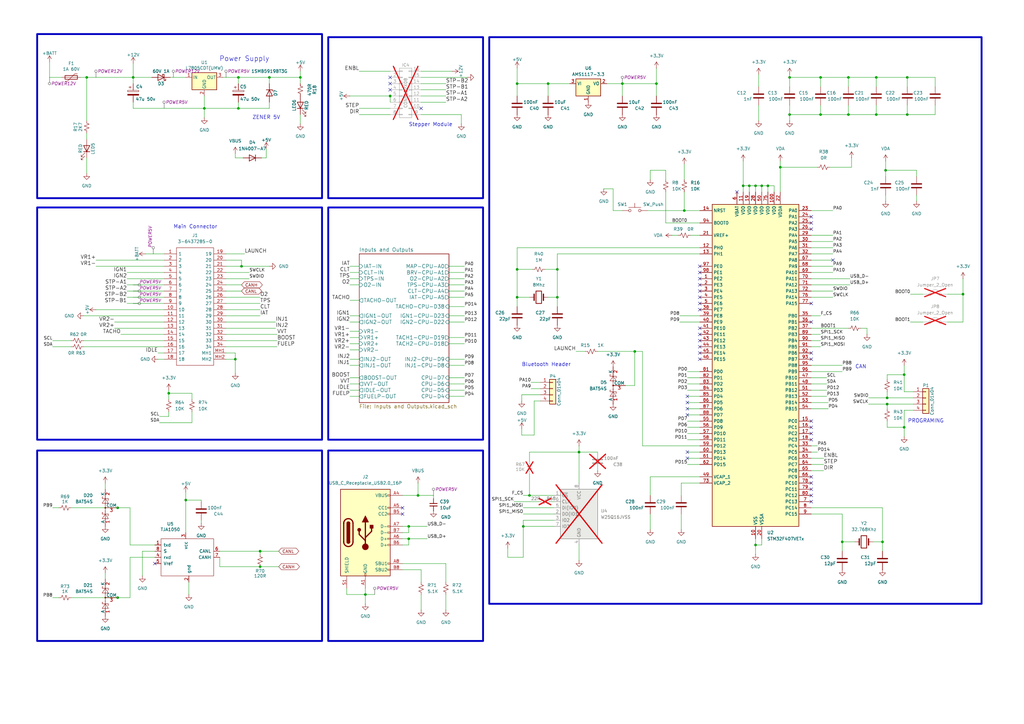
<source format=kicad_sch>
(kicad_sch (version 20231120) (generator "eeschema") (generator_version "8.0")
  (paper "A3")
  (title_block (title "NO2C STM32F") (date "2024-10-22") (rev "R01") (company "ICTAMKY") (comment 1 "Design by leevawns"))
  (lib_symbols
    (symbol "+12V_2" (power) (pin_numbers hide) (pin_names (offset 0) hide)
      (property "Value" "+12V" (at 0 3.556 0))
      (symbol "+12V_2_1_1"
        (pin power_in line (at 0 0 90) (length 0) (name "~") (number "1"))
      )
    )
    (symbol "+5V_3" (power) (pin_numbers hide) (pin_names (offset 0) hide)
      (property "Value" "+5V" (at 0 3.556 0))
      (symbol "+5V_3_1_1"
        (pin power_in line (at 0 0 90) (length 0) (name "~") (number "1"))
      )
    )
    (symbol "+5V_4" (power) (pin_numbers hide) (pin_names (offset 0) hide)
      (property "Value" "+5V" (at 0 3.556 0))
      (symbol "+5V_4_1_1"
        (pin power_in line (at 0 0 90) (length 0) (name "~") (number "1"))
      )
    )
    (symbol "Connector:USB_C_Receptacle_USB2.0_16P" (pin_names (offset 1.016))
      (property "Reference" "J" (at 0 22.225 0))
      (property "Value" "USB_C_Receptacle_USB2.0_16P" (at 0 19.685 0))
      (symbol "USB_C_Receptacle_USB2.0_16P_1_1"
        (pin passive line (at 0 -22.86 90) (length 5.08) (name "GND") (number "A1"))
        (pin passive line (at 0 -22.86 90) (length 5.08) hide (name "GND") (number "A12"))
        (pin passive line (at 15.24 15.24 180) (length 5.08) (name "VBUS") (number "A4"))
        (pin bidirectional line (at 15.24 10.16 180) (length 5.08) (name "CC1") (number "A5"))
        (pin bidirectional line (at 15.24 -2.54 180) (length 5.08) (name "D+") (number "A6"))
        (pin bidirectional line (at 15.24 2.54 180) (length 5.08) (name "D-") (number "A7"))
        (pin bidirectional line (at 15.24 -12.7 180) (length 5.08) (name "SBU1") (number "A8"))
        (pin passive line (at 15.24 15.24 180) (length 5.08) hide (name "VBUS") (number "A9"))
        (pin passive line (at 0 -22.86 90) (length 5.08) hide (name "GND") (number "B1"))
        (pin passive line (at 0 -22.86 90) (length 5.08) hide (name "GND") (number "B12"))
        (pin passive line (at 15.24 15.24 180) (length 5.08) hide (name "VBUS") (number "B4"))
        (pin bidirectional line (at 15.24 7.62 180) (length 5.08) (name "CC2") (number "B5"))
        (pin bidirectional line (at 15.24 -5.08 180) (length 5.08) (name "D+") (number "B6"))
        (pin bidirectional line (at 15.24 0 180) (length 5.08) (name "D-") (number "B7"))
        (pin bidirectional line (at 15.24 -15.24 180) (length 5.08) (name "SBU2") (number "B8"))
        (pin passive line (at 15.24 15.24 180) (length 5.08) hide (name "VBUS") (number "B9"))
        (pin passive line (at -7.62 -22.86 90) (length 5.08) (name "SHIELD") (number "S1"))
      )
    )
    (symbol "Device:C" (pin_numbers hide) (pin_names (offset 0.254))
      (property "Reference" "C" (at 0.635 2.54 0))
      (property "Value" "C" (at 0.635 -2.54 0))
      (symbol "C_1_1"
        (pin passive line (at 0 3.81 270) (length 2.794) (name "~") (number "1"))
        (pin passive line (at 0 -3.81 90) (length 2.794) (name "~") (number "2"))
      )
    )
    (symbol "Device:C_Small" (pin_numbers hide) (pin_names (offset 0.254) hide)
      (property "Reference" "C" (at 0.254 1.778 0))
      (property "Value" "C_Small" (at 0.254 -2.032 0))
      (symbol "C_Small_1_1"
        (pin passive line (at 0 2.54 270) (length 2.032) (name "~") (number "1"))
        (pin passive line (at 0 -2.54 90) (length 2.032) (name "~") (number "2"))
      )
    )
    (symbol "Device:Crystal" (pin_numbers hide) (pin_names (offset 1.016) hide)
      (property "Reference" "Y" (at 0 3.81 0))
      (property "Value" "Crystal" (at 0 -3.81 0))
      (symbol "Crystal_1_1"
        (pin passive line (at -3.81 0 0) (length 1.27) (name "1") (number "1"))
        (pin passive line (at 3.81 0 180) (length 1.27) (name "2") (number "2"))
      )
    )
    (symbol "Device:D_Schottky" (pin_numbers hide) (pin_names (offset 1.016) hide)
      (property "Reference" "D" (at 0 2.54 0))
      (property "Value" "D_Schottky" (at 0 -2.54 0))
      (symbol "D_Schottky_1_1"
        (pin passive line (at -3.81 0 0) (length 2.54) (name "K") (number "1"))
        (pin passive line (at 3.81 0 180) (length 2.54) (name "A") (number "2"))
      )
    )
    (symbol "Device:D_Zener" (pin_numbers hide) (pin_names (offset 1.016) hide)
      (property "Reference" "D" (at 0 2.54 0))
      (property "Value" "D_Zener" (at 0 -2.54 0))
      (symbol "D_Zener_1_1"
        (pin passive line (at -3.81 0 0) (length 2.54) (name "K") (number "1"))
        (pin passive line (at 3.81 0 180) (length 2.54) (name "A") (number "2"))
      )
    )
    (symbol "Device:LED" (pin_numbers hide) (pin_names (offset 1.016) hide)
      (property "Reference" "D" (at 0 2.54 0))
      (property "Value" "LED" (at 0 -2.54 0))
      (symbol "LED_1_1"
        (pin passive line (at -3.81 0 0) (length 2.54) (name "K") (number "1"))
        (pin passive line (at 3.81 0 180) (length 2.54) (name "A") (number "2"))
      )
    )
    (symbol "Device:Polyfuse" (pin_numbers hide) (pin_names (offset 0))
      (property "Reference" "F" (at -2.54 0 90))
      (property "Value" "Polyfuse" (at 2.54 0 90))
      (symbol "Polyfuse_1_1"
        (pin passive line (at 0 3.81 270) (length 1.27) (name "~") (number "1"))
        (pin passive line (at 0 -3.81 90) (length 1.27) (name "~") (number "2"))
      )
    )
    (symbol "Device:R_Small_US" (pin_numbers hide) (pin_names (offset 0.254) hide)
      (property "Reference" "R" (at 0.762 0.508 0))
      (property "Value" "R_Small_US" (at 0.762 -1.016 0))
      (symbol "R_Small_US_1_1"
        (pin passive line (at 0 2.54 270) (length 1.016) (name "~") (number "1"))
        (pin passive line (at 0 -2.54 90) (length 1.016) (name "~") (number "2"))
      )
    )
    (symbol "Diode:BAT54S" (pin_names (offset 0))
      (property "Reference" "D" (at 2.54 -5.08 0))
      (property "Value" "BAT54S" (at -6.35 3.175 0))
      (symbol "BAT54S_1_1"
        (pin passive line (at -7.62 0 0) (length 3.81) (name "A") (number "1"))
        (pin passive line (at 7.62 0 180) (length 3.81) (name "K") (number "2"))
        (pin passive line (at 0 -5.08 90) (length 5.08) (name "COM") (number "3"))
      )
    )
    (symbol "ICTAMKY:1N4007-A7" (pin_numbers hide) (pin_names (offset 1.016) hide)
      (property "Reference" "D" (at 0 2.54 0))
      (property "Value" "1N4007-A7" (at 0 -2.54 0))
      (symbol "1N4007-A7_1_1"
        (pin passive line (at -3.81 0 0) (length 2.54) (name "K") (number "1"))
        (pin passive line (at 3.81 0 180) (length 2.54) (name "A") (number "2"))
      )
    )
    (symbol "ICTAMKY:TJA1050" (pin_names (offset 1.016))
      (property "Reference" "U?" (at -2.54 20.32 0))
      (property "Value" "TJA1050" (at -2.54 18.0086 0))
      (symbol "TJA1050_0_0"
        (pin unspecified line (at -15.24 6.35 0) (length 2.54) (name "txd") (number "1"))
        (pin power_in line (at -1.27 -8.89 90) (length 2.54) (name "gnd") (number "2"))
        (pin power_in line (at -2.54 11.43 270) (length 2.54) (name "vcc") (number "3"))
        (pin unspecified line (at -15.24 1.27 0) (length 2.54) (name "rxd") (number "4"))
        (pin unspecified line (at -15.24 -1.27 0) (length 2.54) (name "Vref") (number "5"))
        (pin unspecified line (at 11.43 3.81 180) (length 2.54) (name "CANL") (number "6"))
        (pin unspecified line (at 11.43 1.27 180) (length 2.54) (name "CANH") (number "7"))
        (pin unspecified line (at -15.24 3.81 0) (length 2.54) (name "S") (number "8"))
      )
    )
    (symbol "Jumper:Jumper_2_Open" (pin_numbers hide) (pin_names (offset 0) hide) (exclude_from_sim yes)
      (property "Reference" "JP" (at 0 2.794 0))
      (property "Value" "Jumper_2_Open" (at 0 -2.286 0))
      (symbol "Jumper_2_Open_1_1"
        (pin passive line (at -5.08 0 0) (length 2.54) (name "A") (number "1"))
        (pin passive line (at 5.08 0 180) (length 2.54) (name "B") (number "2"))
      )
    )
    (symbol "MCU_ST_STM32F4:STM32F407VETx"
      (property "Reference" "U" (at -17.78 67.31 0))
      (property "Value" "STM32F407VETx" (at 12.7 67.31 0))
      (symbol "STM32F407VETx_1_1"
        (pin bidirectional line (at -22.86 35.56 0) (length 5.08) (name "PE2") (number "1"))
        (pin power_in line (at 0 -71.12 90) (length 5.08) (name "VSS") (number "10"))
        (pin power_in line (at 7.62 71.12 270) (length 5.08) (name "VDD") (number "100"))
        (pin power_in line (at -5.08 71.12 270) (length 5.08) (name "VDD") (number "11"))
        (pin bidirectional line (at -22.86 48.26 0) (length 5.08) (name "PH0") (number "12"))
        (pin bidirectional line (at -22.86 45.72 0) (length 5.08) (name "PH1") (number "13"))
        (pin input line (at -22.86 63.5 0) (length 5.08) (name "NRST") (number "14"))
        (pin bidirectional line (at 22.86 -22.86 180) (length 5.08) (name "PC0") (number "15"))
        (pin bidirectional line (at 22.86 -25.4 180) (length 5.08) (name "PC1") (number "16"))
        (pin bidirectional line (at 22.86 -27.94 180) (length 5.08) (name "PC2") (number "17"))
        (pin bidirectional line (at 22.86 -30.48 180) (length 5.08) (name "PC3") (number "18"))
        (pin power_in line (at -2.54 71.12 270) (length 5.08) (name "VDD") (number "19"))
        (pin bidirectional line (at -22.86 33.02 0) (length 5.08) (name "PE3") (number "2"))
        (pin power_in line (at 2.54 -71.12 90) (length 5.08) (name "VSSA") (number "20"))
        (pin input line (at -22.86 53.34 0) (length 5.08) (name "VREF+") (number "21"))
        (pin power_in line (at 10.16 71.12 270) (length 5.08) (name "VDDA") (number "22"))
        (pin bidirectional line (at 22.86 63.5 180) (length 5.08) (name "PA0") (number "23"))
        (pin bidirectional line (at 22.86 60.96 180) (length 5.08) (name "PA1") (number "24"))
        (pin bidirectional line (at 22.86 58.42 180) (length 5.08) (name "PA2") (number "25"))
        (pin bidirectional line (at 22.86 55.88 180) (length 5.08) (name "PA3") (number "26"))
        (pin passive line (at 0 -71.12 90) (length 5.08) hide (name "VSS") (number "27"))
        (pin power_in line (at 0 71.12 270) (length 5.08) (name "VDD") (number "28"))
        (pin bidirectional line (at 22.86 53.34 180) (length 5.08) (name "PA4") (number "29"))
        (pin bidirectional line (at -22.86 30.48 0) (length 5.08) (name "PE4") (number "3"))
        (pin bidirectional line (at 22.86 50.8 180) (length 5.08) (name "PA5") (number "30"))
        (pin bidirectional line (at 22.86 48.26 180) (length 5.08) (name "PA6") (number "31"))
        (pin bidirectional line (at 22.86 45.72 180) (length 5.08) (name "PA7") (number "32"))
        (pin bidirectional line (at 22.86 -33.02 180) (length 5.08) (name "PC4") (number "33"))
        (pin bidirectional line (at 22.86 -35.56 180) (length 5.08) (name "PC5") (number "34"))
        (pin bidirectional line (at 22.86 20.32 180) (length 5.08) (name "PB0") (number "35"))
        (pin bidirectional line (at 22.86 17.78 180) (length 5.08) (name "PB1") (number "36"))
        (pin bidirectional line (at 22.86 15.24 180) (length 5.08) (name "PB2") (number "37"))
        (pin bidirectional line (at -22.86 22.86 0) (length 5.08) (name "PE7") (number "38"))
        (pin bidirectional line (at -22.86 20.32 0) (length 5.08) (name "PE8") (number "39"))
        (pin bidirectional line (at -22.86 27.94 0) (length 5.08) (name "PE5") (number "4"))
        (pin bidirectional line (at -22.86 17.78 0) (length 5.08) (name "PE9") (number "40"))
        (pin bidirectional line (at -22.86 15.24 0) (length 5.08) (name "PE10") (number "41"))
        (pin bidirectional line (at -22.86 12.7 0) (length 5.08) (name "PE11") (number "42"))
        (pin bidirectional line (at -22.86 10.16 0) (length 5.08) (name "PE12") (number "43"))
        (pin bidirectional line (at -22.86 7.62 0) (length 5.08) (name "PE13") (number "44"))
        (pin bidirectional line (at -22.86 5.08 0) (length 5.08) (name "PE14") (number "45"))
        (pin bidirectional line (at -22.86 2.54 0) (length 5.08) (name "PE15") (number "46"))
        (pin bidirectional line (at 22.86 -5.08 180) (length 5.08) (name "PB10") (number "47"))
        (pin bidirectional line (at 22.86 -7.62 180) (length 5.08) (name "PB11") (number "48"))
        (pin power_out line (at -22.86 -45.72 0) (length 5.08) (name "VCAP_1") (number "49"))
        (pin bidirectional line (at -22.86 25.4 0) (length 5.08) (name "PE6") (number "5"))
        (pin power_in line (at 2.54 71.12 270) (length 5.08) (name "VDD") (number "50"))
        (pin bidirectional line (at 22.86 -10.16 180) (length 5.08) (name "PB12") (number "51"))
        (pin bidirectional line (at 22.86 -12.7 180) (length 5.08) (name "PB13") (number "52"))
        (pin bidirectional line (at 22.86 -15.24 180) (length 5.08) (name "PB14") (number "53"))
        (pin bidirectional line (at 22.86 -17.78 180) (length 5.08) (name "PB15") (number "54"))
        (pin bidirectional line (at -22.86 -22.86 0) (length 5.08) (name "PD8") (number "55"))
        (pin bidirectional line (at -22.86 -25.4 0) (length 5.08) (name "PD9") (number "56"))
        (pin bidirectional line (at -22.86 -27.94 0) (length 5.08) (name "PD10") (number "57"))
        (pin bidirectional line (at -22.86 -30.48 0) (length 5.08) (name "PD11") (number "58"))
        (pin bidirectional line (at -22.86 -33.02 0) (length 5.08) (name "PD12") (number "59"))
        (pin power_in line (at -7.62 71.12 270) (length 5.08) (name "VBAT") (number "6"))
        (pin bidirectional line (at -22.86 -35.56 0) (length 5.08) (name "PD13") (number "60"))
        (pin bidirectional line (at -22.86 -38.1 0) (length 5.08) (name "PD14") (number "61"))
        (pin bidirectional line (at -22.86 -40.64 0) (length 5.08) (name "PD15") (number "62"))
        (pin bidirectional line (at 22.86 -38.1 180) (length 5.08) (name "PC6") (number "63"))
        (pin bidirectional line (at 22.86 -40.64 180) (length 5.08) (name "PC7") (number "64"))
        (pin bidirectional line (at 22.86 -43.18 180) (length 5.08) (name "PC8") (number "65"))
        (pin bidirectional line (at 22.86 -45.72 180) (length 5.08) (name "PC9") (number "66"))
        (pin bidirectional line (at 22.86 43.18 180) (length 5.08) (name "PA8") (number "67"))
        (pin bidirectional line (at 22.86 40.64 180) (length 5.08) (name "PA9") (number "68"))
        (pin bidirectional line (at 22.86 38.1 180) (length 5.08) (name "PA10") (number "69"))
        (pin bidirectional line (at 22.86 -55.88 180) (length 5.08) (name "PC13") (number "7"))
        (pin bidirectional line (at 22.86 35.56 180) (length 5.08) (name "PA11") (number "70"))
        (pin bidirectional line (at 22.86 33.02 180) (length 5.08) (name "PA12") (number "71"))
        (pin bidirectional line (at 22.86 30.48 180) (length 5.08) (name "PA13") (number "72"))
        (pin power_out line (at -22.86 -48.26 0) (length 5.08) (name "VCAP_2") (number "73"))
        (pin passive line (at 0 -71.12 90) (length 5.08) hide (name "VSS") (number "74"))
        (pin power_in line (at 5.08 71.12 270) (length 5.08) (name "VDD") (number "75"))
        (pin bidirectional line (at 22.86 27.94 180) (length 5.08) (name "PA14") (number "76"))
        (pin bidirectional line (at 22.86 25.4 180) (length 5.08) (name "PA15") (number "77"))
        (pin bidirectional line (at 22.86 -48.26 180) (length 5.08) (name "PC10") (number "78"))
        (pin bidirectional line (at 22.86 -50.8 180) (length 5.08) (name "PC11") (number "79"))
        (pin bidirectional line (at 22.86 -58.42 180) (length 5.08) (name "PC14") (number "8"))
        (pin bidirectional line (at 22.86 -53.34 180) (length 5.08) (name "PC12") (number "80"))
        (pin bidirectional line (at -22.86 -2.54 0) (length 5.08) (name "PD0") (number "81"))
        (pin bidirectional line (at -22.86 -5.08 0) (length 5.08) (name "PD1") (number "82"))
        (pin bidirectional line (at -22.86 -7.62 0) (length 5.08) (name "PD2") (number "83"))
        (pin bidirectional line (at -22.86 -10.16 0) (length 5.08) (name "PD3") (number "84"))
        (pin bidirectional line (at -22.86 -12.7 0) (length 5.08) (name "PD4") (number "85"))
        (pin bidirectional line (at -22.86 -15.24 0) (length 5.08) (name "PD5") (number "86"))
        (pin bidirectional line (at -22.86 -17.78 0) (length 5.08) (name "PD6") (number "87"))
        (pin bidirectional line (at -22.86 -20.32 0) (length 5.08) (name "PD7") (number "88"))
        (pin bidirectional line (at 22.86 12.7 180) (length 5.08) (name "PB3") (number "89"))
        (pin bidirectional line (at 22.86 -60.96 180) (length 5.08) (name "PC15") (number "9"))
        (pin bidirectional line (at 22.86 10.16 180) (length 5.08) (name "PB4") (number "90"))
        (pin bidirectional line (at 22.86 7.62 180) (length 5.08) (name "PB5") (number "91"))
        (pin bidirectional line (at 22.86 5.08 180) (length 5.08) (name "PB6") (number "92"))
        (pin bidirectional line (at 22.86 2.54 180) (length 5.08) (name "PB7") (number "93"))
        (pin input line (at -22.86 58.42 0) (length 5.08) (name "BOOT0") (number "94"))
        (pin bidirectional line (at 22.86 0 180) (length 5.08) (name "PB8") (number "95"))
        (pin bidirectional line (at 22.86 -2.54 180) (length 5.08) (name "PB9") (number "96"))
        (pin bidirectional line (at -22.86 40.64 0) (length 5.08) (name "PE0") (number "97"))
        (pin bidirectional line (at -22.86 38.1 0) (length 5.08) (name "PE1") (number "98"))
        (pin passive line (at 0 -71.12 90) (length 5.08) hide (name "VSS") (number "99"))
      )
    )
    (symbol "Memory_Flash:W25Q16JVSS"
      (property "Reference" "U" (at -6.35 11.43 0))
      (property "Value" "W25Q16JVSS" (at 7.62 11.43 0))
      (symbol "W25Q16JVSS_1_1"
        (pin input line (at -10.16 7.62 0) (length 2.54) (name "~{CS}") (number "1"))
        (pin bidirectional line (at -10.16 0 0) (length 2.54) (name "DO(IO1)") (number "2"))
        (pin bidirectional line (at -10.16 -2.54 0) (length 2.54) (name "IO2") (number "3"))
        (pin power_in line (at 0 -12.7 90) (length 2.54) (name "GND") (number "4"))
        (pin bidirectional line (at -10.16 2.54 0) (length 2.54) (name "DI(IO0)") (number "5"))
        (pin input line (at -10.16 5.08 0) (length 2.54) (name "CLK") (number "6"))
        (pin bidirectional line (at -10.16 -5.08 0) (length 2.54) (name "IO3") (number "7"))
        (pin power_in line (at 0 12.7 270) (length 2.54) (name "VCC") (number "8"))
      )
    )
    (symbol "NO2C-rescue:+BATT-power" (power) (pin_names (offset 0))
      (property "Value" "power_+BATT" (at 0 3.556 0))
      (symbol "+BATT-power_1_1"
        (pin power_in line (at 0 0 90) (length 0) hide (name "+BATT") (number "1"))
      )
    )
    (symbol "NO2C-rescue:Conn_01x04-conn" (pin_names (offset 1.016) hide)
      (property "Reference" "J" (at 0 5.08 0))
      (property "Value" "Conn_01x04-conn" (at 0 -7.62 0))
      (symbol "Conn_01x04-conn_1_1"
        (pin passive line (at -5.08 2.54 0) (length 3.81) (name "Pin_1") (number "1"))
        (pin passive line (at -5.08 0 0) (length 3.81) (name "Pin_2") (number "2"))
        (pin passive line (at -5.08 -2.54 0) (length 3.81) (name "Pin_3") (number "3"))
        (pin passive line (at -5.08 -5.08 0) (length 3.81) (name "Pin_4") (number "4"))
      )
    )
    (symbol "NO2C-rescue:DRV8825-drv8825" (pin_names (offset 0.0254) hide)
      (property "Reference" "IC" (at 0 11.43 0))
      (property "Value" "drv8825_DRV8825" (at 0 0 90))
      (symbol "DRV8825-drv8825_1_1"
        (pin passive line (at -6.35 8.89 0) (length 3.81) (name "P1") (number "1"))
        (pin passive line (at 6.35 -6.35 180) (length 3.81) (name "P10") (number "10"))
        (pin passive line (at 6.35 -3.81 180) (length 3.81) (name "P11") (number "11"))
        (pin passive line (at 6.35 -1.27 180) (length 3.81) (name "P12") (number "12"))
        (pin passive line (at 6.35 1.27 180) (length 3.81) (name "P13") (number "13"))
        (pin passive line (at 6.35 3.81 180) (length 3.81) (name "P14") (number "14"))
        (pin passive line (at 6.35 6.35 180) (length 3.81) (name "P15") (number "15"))
        (pin passive line (at 6.35 8.89 180) (length 3.81) (name "P16") (number "16"))
        (pin passive line (at -6.35 6.35 0) (length 3.81) (name "P2") (number "2"))
        (pin passive line (at -6.35 3.81 0) (length 3.81) (name "P3") (number "3"))
        (pin passive line (at -6.35 1.27 0) (length 3.81) (name "P4") (number "4"))
        (pin passive line (at -6.35 -1.27 0) (length 3.81) (name "P5") (number "5"))
        (pin passive line (at -6.35 -3.81 0) (length 3.81) (name "P6") (number "6"))
        (pin passive line (at -6.35 -6.35 0) (length 3.81) (name "P7") (number "7"))
        (pin passive line (at -6.35 -8.89 0) (length 3.81) (name "P8") (number "8"))
        (pin passive line (at 6.35 -8.89 180) (length 3.81) (name "P9") (number "9"))
      )
    )
    (symbol "Regulator_Linear:AMS1117-3.3"
      (property "Reference" "U" (at -3.81 3.175 0))
      (property "Value" "AMS1117-3.3" (at 0 3.175 0))
      (symbol "AMS1117-3.3_1_1"
        (pin power_in line (at 0 -7.62 90) (length 2.54) (name "GND") (number "1"))
        (pin power_out line (at 7.62 0 180) (length 2.54) (name "VO") (number "2"))
        (pin power_in line (at -7.62 0 0) (length 2.54) (name "VI") (number "3"))
      )
    )
    (symbol "Regulator_Linear:L7805" (pin_names (offset 0.254))
      (property "Reference" "U" (at -3.81 3.175 0))
      (property "Value" "L7805" (at 0 3.175 0))
      (symbol "L7805_1_1"
        (pin power_in line (at -7.62 0 0) (length 2.54) (name "IN") (number "1"))
        (pin power_in line (at 0 -7.62 90) (length 2.54) (name "GND") (number "2"))
        (pin power_out line (at 7.62 0 180) (length 2.54) (name "OUT") (number "3"))
      )
    )
    (symbol "SamacSys_Parts:3-6437285-0" (pin_names (offset 0.762))
      (property "Reference" "J" (at 21.59 7.62 0))
      (property "Value" "3-6437285-0" (at 21.59 5.08 0))
      (symbol "3-6437285-0_0_0"
        (pin passive line (at 0 0 0) (length 5.08) (name "1") (number "1"))
        (pin passive line (at 0 -22.86 0) (length 5.08) (name "10") (number "10"))
        (pin passive line (at 0 -25.4 0) (length 5.08) (name "11") (number "11"))
        (pin passive line (at 0 -27.94 0) (length 5.08) (name "12") (number "12"))
        (pin passive line (at 0 -30.48 0) (length 5.08) (name "13") (number "13"))
        (pin passive line (at 0 -33.02 0) (length 5.08) (name "14") (number "14"))
        (pin passive line (at 0 -35.56 0) (length 5.08) (name "15") (number "15"))
        (pin passive line (at 0 -38.1 0) (length 5.08) (name "16") (number "16"))
        (pin passive line (at 0 -40.64 0) (length 5.08) (name "17") (number "17"))
        (pin passive line (at 0 -43.18 0) (length 5.08) (name "18") (number "18"))
        (pin passive line (at 25.4 0 180) (length 5.08) (name "19") (number "19"))
        (pin passive line (at 0 -2.54 0) (length 5.08) (name "2") (number "2"))
        (pin passive line (at 25.4 -2.54 180) (length 5.08) (name "20") (number "20"))
        (pin passive line (at 25.4 -5.08 180) (length 5.08) (name "21") (number "21"))
        (pin passive line (at 25.4 -7.62 180) (length 5.08) (name "22") (number "22"))
        (pin passive line (at 25.4 -10.16 180) (length 5.08) (name "23") (number "23"))
        (pin passive line (at 25.4 -12.7 180) (length 5.08) (name "24") (number "24"))
        (pin passive line (at 25.4 -15.24 180) (length 5.08) (name "25") (number "25"))
        (pin passive line (at 25.4 -17.78 180) (length 5.08) (name "26") (number "26"))
        (pin passive line (at 25.4 -20.32 180) (length 5.08) (name "27") (number "27"))
        (pin passive line (at 25.4 -22.86 180) (length 5.08) (name "28") (number "28"))
        (pin passive line (at 25.4 -25.4 180) (length 5.08) (name "29") (number "29"))
        (pin passive line (at 0 -5.08 0) (length 5.08) (name "3") (number "3"))
        (pin passive line (at 25.4 -27.94 180) (length 5.08) (name "30") (number "30"))
        (pin passive line (at 25.4 -30.48 180) (length 5.08) (name "31") (number "31"))
        (pin passive line (at 25.4 -33.02 180) (length 5.08) (name "32") (number "32"))
        (pin passive line (at 25.4 -35.56 180) (length 5.08) (name "33") (number "33"))
        (pin passive line (at 25.4 -38.1 180) (length 5.08) (name "34") (number "34"))
        (pin passive line (at 0 -7.62 0) (length 5.08) (name "4") (number "4"))
        (pin passive line (at 0 -10.16 0) (length 5.08) (name "5") (number "5"))
        (pin passive line (at 0 -12.7 0) (length 5.08) (name "6") (number "6"))
        (pin passive line (at 0 -15.24 0) (length 5.08) (name "7") (number "7"))
        (pin passive line (at 0 -17.78 0) (length 5.08) (name "8") (number "8"))
        (pin passive line (at 0 -20.32 0) (length 5.08) (name "9") (number "9"))
        (pin passive line (at 25.4 -40.64 180) (length 5.08) (name "MH1") (number "MH1"))
        (pin passive line (at 25.4 -43.18 180) (length 5.08) (name "MH2") (number "MH2"))
      )
    )
    (symbol "Switch:SW_Push" (pin_numbers hide) (pin_names (offset 1.016) hide)
      (property "Reference" "SW" (at 1.27 2.54 0))
      (property "Value" "SW_Push" (at 0 -1.524 0))
      (symbol "SW_Push_0_1"
        (pin passive line (at -5.08 0 0) (length 2.54) (name "1") (number "1"))
        (pin passive line (at 5.08 0 180) (length 2.54) (name "2") (number "2"))
      )
    )
    (symbol "Underdog-rescue:CP-Device" (pin_numbers hide) (pin_names (offset 0.254))
      (property "Reference" "C" (at 0.635 2.54 0))
      (property "Value" "CP-Device" (at 0.635 -2.54 0))
      (symbol "CP-Device_1_1"
        (pin passive line (at 0 3.81 270) (length 2.794) (name "~") (number "1"))
        (pin passive line (at 0 -3.81 90) (length 2.794) (name "~") (number "2"))
      )
    )
    (symbol "power:+12V" (power) (pin_names (offset 0))
      (property "Value" "+12V" (at 0 3.556 0))
      (symbol "+12V_1_1"
        (pin power_in line (at 0 0 90) (length 0) hide (name "+12V") (number "1"))
      )
    )
    (symbol "power:+3.3V" (power) (pin_numbers hide) (pin_names (offset 0) hide)
      (property "Value" "+3.3V" (at 0 3.556 0))
      (symbol "+3.3V_1_1"
        (pin power_in line (at 0 0 90) (length 0) (name "~") (number "1"))
      )
    )
    (symbol "power:+5V" (power) (pin_names (offset 0))
      (property "Value" "+5V" (at 0 3.556 0))
      (symbol "+5V_1_1"
        (pin power_in line (at 0 0 90) (length 0) hide (name "+5V") (number "1"))
      )
    )
    (symbol "power:+BATT" (power) (pin_names (offset 0))
      (property "Value" "+BATT" (at 0 3.556 0))
      (symbol "+BATT_1_1"
        (pin power_in line (at 0 0 90) (length 0) hide (name "+BATT") (number "1"))
      )
    )
    (symbol "power:GND" (power) (pin_numbers hide) (pin_names (offset 0) hide)
      (property "Value" "GND" (at 0 -3.81 0))
      (symbol "GND_1_1"
        (pin power_in line (at 0 0 270) (length 0) (name "~") (number "1"))
      )
    )
    (symbol "power:VBUS" (power) (pin_numbers hide) (pin_names (offset 0) hide)
      (property "Value" "VBUS" (at 0 3.556 0))
      (symbol "VBUS_1_1"
        (pin power_in line (at 0 0 90) (length 0) (name "~") (number "1"))
      )
    )
  )
  (junction (at 314.96 76.2))
  (junction (at 106.68 226.06))
  (junction (at 96.52 147.32))
  (junction (at 269.24 34.29))
  (junction (at 323.85 46.99))
  (junction (at 106.68 232.41))
  (junction (at 347.98 46.99))
  (junction (at 171.45 203.2))
  (junction (at 336.55 31.75))
  (junction (at 69.215 161.29))
  (junction (at 123.19 31.75))
  (junction (at 304.8 76.2))
  (junction (at 224.79 34.29))
  (junction (at 372.11 31.75))
  (junction (at 363.855 165.735))
  (junction (at 323.85 31.75))
  (junction (at 359.41 46.99))
  (junction (at 359.41 31.75))
  (junction (at 307.34 76.2))
  (junction (at 83.82 44.45))
  (junction (at 312.42 76.2))
  (junction (at 212.09 110.49))
  (junction (at 214.63 215.9))
  (junction (at 363.22 69.85))
  (junction (at 35.56 31.75))
  (junction (at 320.04 68.58))
  (junction (at 76.2 205.105))
  (junction (at 99.06 109.22))
  (junction (at 212.09 121.92))
  (junction (at 97.79 31.75))
  (junction (at 228.6 110.49))
  (junction (at 394.97 120.65))
  (junction (at 260.35 144.145))
  (junction (at 370.84 175.26))
  (junction (at 363.855 163.195))
  (junction (at 372.11 46.99))
  (junction (at 347.98 31.75))
  (junction (at 361.95 222.25))
  (junction (at 167.64 215.9))
  (junction (at 167.64 220.98))
  (junction (at 345.44 222.25))
  (junction (at 309.88 76.2))
  (junction (at 217.17 203.2))
  (junction (at 336.55 46.99))
  (junction (at 48.26 208.28))
  (junction (at 237.49 185.42))
  (junction (at 54.61 31.75))
  (junction (at 160.02 39.37))
  (junction (at 97.79 44.45))
  (junction (at 110.49 31.75))
  (junction (at 370.84 153.67))
  (junction (at 280.67 86.36))
  (junction (at 212.09 34.29))
  (junction (at 149.86 243.84))
  (junction (at 48.26 245.11))
  (junction (at 228.6 121.92))
  (junction (at 255.27 34.29))
  (junction (at 309.88 223.52))
  (no_connect (at 172.72 44.45))
  (no_connect (at 332.74 88.9))
  (no_connect (at 332.74 205.74))
  (no_connect (at 287.02 116.84))
  (no_connect (at 165.1 208.28))
  (no_connect (at 281.94 187.96))
  (no_connect (at 332.74 195.58))
  (no_connect (at 287.02 147.32))
  (no_connect (at 281.94 162.56))
  (no_connect (at 160.02 34.29))
  (no_connect (at 341.63 106.68))
  (no_connect (at 332.74 172.72))
  (no_connect (at 332.74 200.66))
  (no_connect (at 332.74 198.12))
  (no_connect (at 165.1 210.82))
  (no_connect (at 281.94 170.18))
  (no_connect (at 287.02 114.3))
  (no_connect (at 332.74 132.08))
  (no_connect (at 287.02 109.22))
  (no_connect (at 287.02 144.78))
  (no_connect (at 332.74 144.78))
  (no_connect (at 287.02 139.7))
  (no_connect (at 332.74 147.32))
  (no_connect (at 332.74 180.34))
  (no_connect (at 332.74 124.46))
  (no_connect (at 160.02 31.75))
  (no_connect (at 332.74 177.8))
  (no_connect (at 281.94 185.42))
  (no_connect (at 287.02 111.76))
  (no_connect (at 287.02 134.62))
  (no_connect (at 287.02 124.46))
  (no_connect (at 287.02 119.38))
  (no_connect (at 287.02 127))
  (no_connect (at 63.5 231.14))
  (no_connect (at 302.26 78.74))
  (no_connect (at 332.74 203.2))
  (no_connect (at 287.02 121.92))
  (no_connect (at 160.02 36.83))
  (no_connect (at 287.02 142.24))
  (no_connect (at 332.74 175.26))
  (no_connect (at 287.02 137.16))
  (no_connect (at 281.94 165.1))
  (no_connect (at 281.94 167.64))
  (no_connect (at 332.74 91.44))
  (no_connect (at 332.74 93.98))
  (wire (pts (xy 63.5 226.06) (xy 58.42 226.06)))
  (wire (pts (xy 143.51 160.02) (xy 147.32 160.02)))
  (wire (pts (xy 53.34 228.6) (xy 53.34 245.11)))
  (wire (pts (xy 54.61 31.75) (xy 62.23 31.75)))
  (wire (pts (xy 217.17 194.31) (xy 217.17 203.2)))
  (wire (pts (xy 172.72 41.91) (xy 182.88 41.91)))
  (wire (pts (xy 107.315 64.77) (xy 109.22 64.77)))
  (wire (pts (xy 363.855 167.64) (xy 363.855 165.735)))
  (wire (pts (xy 251.46 86.36) (xy 251.46 77.47)))
  (wire (pts (xy 336.55 46.99) (xy 347.98 46.99)))
  (wire (pts (xy 217.17 203.2) (xy 227.33 203.2)))
  (wire (pts (xy 165.1 218.44) (xy 167.64 218.44)))
  (wire (pts (xy 92.71 144.78) (xy 96.52 144.78)))
  (wire (pts (xy 370.84 175.26) (xy 370.84 179.07)))
  (wire (pts (xy 278.765 132.08) (xy 287.02 132.08)))
  (wire (pts (xy 63.5 228.6) (xy 53.34 228.6)))
  (wire (pts (xy 177.8 204.47) (xy 177.8 203.2)))
  (wire (pts (xy 21.59 245.11) (xy 24.13 245.11)))
  (wire (pts (xy 341.63 86.36) (xy 332.74 86.36)))
  (wire (pts (xy 96.52 144.78) (xy 96.52 147.32)))
  (wire (pts (xy 172.72 46.99) (xy 189.23 46.99)))
  (wire (pts (xy 335.28 185.42) (xy 332.74 185.42)))
  (wire (pts (xy 363.22 69.85) (xy 375.92 69.85)))
  (wire (pts (xy 143.51 129.54) (xy 147.32 129.54)))
  (wire (pts (xy 165.1 220.98) (xy 167.64 220.98)))
  (wire (pts (xy 184.15 147.32) (xy 190.5 147.32)))
  (wire (pts (xy 263.525 144.145) (xy 260.35 144.145)))
  (wire (pts (xy 212.09 34.29) (xy 224.79 34.29)))
  (wire (pts (xy 184.15 162.56) (xy 190.5 162.56)))
  (wire (pts (xy 143.51 162.56) (xy 147.32 162.56)))
  (wire (pts (xy 287.02 198.12) (xy 279.4 198.12)))
  (wire (pts (xy 212.09 110.49) (xy 218.44 110.49)))
  (wire (pts (xy 123.19 46.99) (xy 123.19 50.8)))
  (wire (pts (xy 349.25 64.77) (xy 349.25 68.58)))
  (wire (pts (xy 33.02 31.75) (xy 35.56 31.75)))
  (wire (pts (xy 320.04 66.04) (xy 320.04 68.58)))
  (wire (pts (xy 345.44 210.82) (xy 345.44 222.25)))
  (wire (pts (xy 97.79 41.91) (xy 97.79 44.45)))
  (wire (pts (xy 34.29 139.7) (xy 67.31 139.7)))
  (wire (pts (xy 217.805 159.385) (xy 221.615 159.385)))
  (wire (pts (xy 278.765 129.54) (xy 287.02 129.54)))
  (wire (pts (xy 184.15 109.22) (xy 190.5 109.22)))
  (wire (pts (xy 280.67 86.36) (xy 280.67 78.74)))
  (wire (pts (xy 214.63 228.6) (xy 208.28 228.6)))
  (wire (pts (xy 347.98 31.75) (xy 359.41 31.75)))
  (wire (pts (xy 336.55 31.75) (xy 336.55 35.56)))
  (wire (pts (xy 46.99 134.62) (xy 67.31 134.62)))
  (wire (pts (xy 109.22 64.77) (xy 109.22 60.96)))
  (wire (pts (xy 287.02 101.6) (xy 212.09 101.6)))
  (wire (pts (xy 43.18 234.95) (xy 43.18 237.49)))
  (wire (pts (xy 143.51 132.08) (xy 147.32 132.08)))
  (wire (pts (xy 35.56 31.75) (xy 54.61 31.75)))
  (wire (pts (xy 184.15 149.86) (xy 190.5 149.86)))
  (wire (pts (xy 309.88 78.74) (xy 309.88 76.2)))
  (wire (pts (xy 123.19 34.29) (xy 123.19 31.75)))
  (wire (pts (xy 92.71 142.24) (xy 113.665 142.24)))
  (wire (pts (xy 260.35 158.115) (xy 260.35 144.145)))
  (wire (pts (xy 149.86 241.3) (xy 149.86 243.84)))
  (wire (pts (xy 269.24 27.94) (xy 269.24 34.29)))
  (wire (pts (xy 345.44 152.4) (xy 332.74 152.4)))
  (wire (pts (xy 361.95 208.28) (xy 361.95 222.25)))
  (wire (pts (xy 143.51 149.86) (xy 147.32 149.86)))
  (wire (pts (xy 69.215 170.815) (xy 65.405 170.815)))
  (wire (pts (xy 332.74 167.64) (xy 339.725 167.64)))
  (wire (pts (xy 237.49 182.88) (xy 237.49 185.42)))
  (wire (pts (xy 273.05 69.85) (xy 266.7 69.85)))
  (wire (pts (xy 92.71 129.54) (xy 106.68 129.54)))
  (wire (pts (xy 311.15 30.48) (xy 311.15 35.56)))
  (wire (pts (xy 69.215 161.29) (xy 78.74 161.29)))
  (wire (pts (xy 312.42 220.98) (xy 312.42 223.52)))
  (wire (pts (xy 223.52 110.49) (xy 228.6 110.49)))
  (wire (pts (xy 336.55 142.24) (xy 332.74 142.24)))
  (wire (pts (xy 92.71 106.68) (xy 99.06 106.68)))
  (wire (pts (xy 348.615 114.3) (xy 332.74 114.3)))
  (wire (pts (xy 228.6 110.49) (xy 228.6 121.92)))
  (wire (pts (xy 143.51 138.43) (xy 147.32 138.43)))
  (wire (pts (xy 281.94 157.48) (xy 287.02 157.48)))
  (wire (pts (xy 372.11 31.75) (xy 372.11 35.56)))
  (wire (pts (xy 167.64 223.52) (xy 167.64 220.98)))
  (wire (pts (xy 314.96 76.2) (xy 312.42 76.2)))
  (wire (pts (xy 372.11 46.99) (xy 372.11 43.18)))
  (wire (pts (xy 92.71 104.14) (xy 100.33 104.14)))
  (wire (pts (xy 336.55 46.99) (xy 336.55 43.18)))
  (wire (pts (xy 165.1 215.9) (xy 167.64 215.9)))
  (wire (pts (xy 227.33 215.9) (xy 214.63 215.9)))
  (wire (pts (xy 281.94 160.02) (xy 287.02 160.02)))
  (wire (pts (xy 240.03 144.145) (xy 236.22 144.145)))
  (wire (pts (xy 167.64 215.9) (xy 175.26 215.9)))
  (wire (pts (xy 149.86 243.84) (xy 149.86 247.65)))
  (wire (pts (xy 323.85 30.48) (xy 323.85 31.75)))
  (wire (pts (xy 67.31 104.14) (xy 59.69 104.14)))
  (wire (pts (xy 332.74 134.62) (xy 347.98 134.62)))
  (wire (pts (xy 312.42 78.74) (xy 312.42 76.2)))
  (wire (pts (xy 184.15 157.48) (xy 190.5 157.48)))
  (wire (pts (xy 359.41 46.99) (xy 372.11 46.99)))
  (wire (pts (xy 83.82 48.26) (xy 83.82 44.45)))
  (wire (pts (xy 363.855 160.655) (xy 363.855 163.195)))
  (wire (pts (xy 337.82 193.04) (xy 332.74 193.04)))
  (wire (pts (xy 143.51 123.19) (xy 147.32 123.19)))
  (wire (pts (xy 149.86 243.84) (xy 153.67 243.84)))
  (wire (pts (xy 287.02 86.36) (xy 280.67 86.36)))
  (wire (pts (xy 383.54 31.75) (xy 383.54 35.56)))
  (wire (pts (xy 29.21 245.11) (xy 48.26 245.11)))
  (wire (pts (xy 248.92 34.29) (xy 255.27 34.29)))
  (wire (pts (xy 361.95 222.25) (xy 358.14 222.25)))
  (wire (pts (xy 281.94 175.26) (xy 287.02 175.26)))
  (wire (pts (xy 184.15 154.94) (xy 190.5 154.94)))
  (wire (pts (xy 245.11 185.42) (xy 237.49 185.42)))
  (wire (pts (xy 82.55 213.36) (xy 82.55 214.63)))
  (wire (pts (xy 281.94 180.34) (xy 287.02 180.34)))
  (wire (pts (xy 29.21 208.28) (xy 48.26 208.28)))
  (wire (pts (xy 359.41 46.99) (xy 359.41 43.18)))
  (wire (pts (xy 237.49 229.87) (xy 237.49 223.52)))
  (wire (pts (xy 92.71 116.84) (xy 99.06 116.84)))
  (wire (pts (xy 110.49 31.75) (xy 123.19 31.75)))
  (wire (pts (xy 339.09 160.02) (xy 332.74 160.02)))
  (wire (pts (xy 281.94 170.18) (xy 287.02 170.18)))
  (wire (pts (xy 92.71 139.7) (xy 113.665 139.7)))
  (wire (pts (xy 212.09 110.49) (xy 212.09 121.92)))
  (wire (pts (xy 217.17 185.42) (xy 217.17 189.23)))
  (wire (pts (xy 92.71 127) (xy 106.68 127)))
  (wire (pts (xy 260.35 144.145) (xy 245.11 144.145)))
  (wire (pts (xy 224.79 34.29) (xy 233.68 34.29)))
  (wire (pts (xy 165.1 203.2) (xy 171.45 203.2)))
  (wire (pts (xy 213.995 161.925) (xy 213.995 164.465)))
  (wire (pts (xy 363.22 66.04) (xy 363.22 69.85)))
  (wire (pts (xy 172.72 31.75) (xy 191.77 31.75)))
  (wire (pts (xy 171.45 203.2) (xy 171.45 198.12)))
  (wire (pts (xy 273.05 73.66) (xy 273.05 69.85)))
  (wire (pts (xy 394.97 120.65) (xy 394.97 132.08)))
  (wire (pts (xy 54.61 31.75) (xy 54.61 34.29)))
  (wire (pts (xy 370.84 153.67) (xy 370.84 149.86)))
  (wire (pts (xy 58.42 226.06) (xy 58.42 236.22)))
  (wire (pts (xy 339.09 157.48) (xy 332.74 157.48)))
  (wire (pts (xy 39.37 109.22) (xy 67.31 109.22)))
  (wire (pts (xy 388.62 120.65) (xy 394.97 120.65)))
  (wire (pts (xy 214.63 208.28) (xy 227.33 208.28)))
  (wire (pts (xy 143.51 116.84) (xy 147.32 116.84)))
  (wire (pts (xy 312.42 76.2) (xy 309.88 76.2)))
  (wire (pts (xy 190.5 125.73) (xy 184.15 125.73)))
  (wire (pts (xy 281.94 190.5) (xy 287.02 190.5)))
  (wire (pts (xy 304.8 66.04) (xy 304.8 76.2)))
  (wire (pts (xy 20.32 25.4) (xy 20.32 31.75)))
  (wire (pts (xy 281.94 185.42) (xy 287.02 185.42)))
  (wire (pts (xy 314.96 78.74) (xy 314.96 76.2)))
  (wire (pts (xy 363.855 155.575) (xy 363.855 153.67)))
  (wire (pts (xy 184.15 119.38) (xy 190.5 119.38)))
  (wire (pts (xy 214.63 213.36) (xy 227.33 213.36)))
  (wire (pts (xy 394.97 120.65) (xy 394.97 114.3)))
  (wire (pts (xy 332.74 139.7) (xy 336.55 139.7)))
  (wire (pts (xy 273.05 78.74) (xy 273.05 91.44)))
  (wire (pts (xy 228.6 121.92) (xy 224.79 121.92)))
  (wire (pts (xy 172.72 233.68) (xy 165.1 233.68)))
  (wire (pts (xy 287.02 104.14) (xy 228.6 104.14)))
  (wire (pts (xy 283.21 96.52) (xy 287.02 96.52)))
  (wire (pts (xy 339.09 162.56) (xy 332.74 162.56)))
  (wire (pts (xy 320.04 68.58) (xy 320.04 78.74)))
  (wire (pts (xy 189.23 50.8) (xy 189.23 46.99)))
  (wire (pts (xy 212.09 39.37) (xy 212.09 34.29)))
  (wire (pts (xy 345.44 149.86) (xy 332.74 149.86)))
  (wire (pts (xy 67.31 129.54) (xy 34.29 129.54)))
  (wire (pts (xy 96.52 64.77) (xy 99.695 64.77)))
  (wire (pts (xy 78.74 163.83) (xy 78.74 161.29)))
  (wire (pts (xy 143.51 111.76) (xy 147.32 111.76)))
  (wire (pts (xy 90.17 228.6) (xy 90.17 232.41)))
  (wire (pts (xy 97.79 31.75) (xy 110.49 31.75)))
  (wire (pts (xy 172.72 29.21) (xy 185.42 29.21)))
  (wire (pts (xy 359.41 31.75) (xy 359.41 35.56)))
  (wire (pts (xy 64.77 144.78) (xy 67.31 144.78)))
  (wire (pts (xy 82.55 205.105) (xy 76.2 205.105)))
  (wire (pts (xy 375.92 82.55) (xy 375.92 80.01)))
  (wire (pts (xy 256.54 158.115) (xy 260.35 158.115)))
  (wire (pts (xy 361.95 222.25) (xy 361.95 226.06)))
  (wire (pts (xy 281.94 172.72) (xy 287.02 172.72)))
  (wire (pts (xy 212.09 121.92) (xy 217.17 121.92)))
  (wire (pts (xy 353.06 134.62) (xy 355.6 134.62)))
  (wire (pts (xy 67.31 114.3) (xy 52.07 114.3)))
  (wire (pts (xy 83.82 44.45) (xy 97.79 44.45)))
  (wire (pts (xy 348.615 116.84) (xy 332.74 116.84)))
  (wire (pts (xy 323.85 49.53) (xy 323.85 46.99)))
  (wire (pts (xy 49.53 137.16) (xy 67.31 137.16)))
  (wire (pts (xy 363.855 163.195) (xy 374.65 163.195)))
  (wire (pts (xy 323.85 31.75) (xy 336.55 31.75)))
  (wire (pts (xy 92.71 111.76) (xy 102.235 111.76)))
  (wire (pts (xy 213.995 175.895) (xy 213.995 178.435)))
  (wire (pts (xy 106.68 226.06) (xy 114.3 226.06)))
  (wire (pts (xy 21.59 208.28) (xy 24.13 208.28)))
  (wire (pts (xy 76.2 205.105) (xy 76.2 218.44)))
  (wire (pts (xy 142.24 243.84) (xy 149.86 243.84)))
  (wire (pts (xy 172.72 238.76) (xy 172.72 233.68)))
  (wire (pts (xy 69.215 168.91) (xy 69.215 170.815)))
  (wire (pts (xy 226.06 205.74) (xy 227.33 205.74)))
  (wire (pts (xy 311.15 49.53) (xy 311.15 43.18)))
  (wire (pts (xy 341.63 109.22) (xy 332.74 109.22)))
  (wire (pts (xy 143.51 157.48) (xy 147.32 157.48)))
  (wire (pts (xy 355.6 134.62) (xy 355.6 137.16)))
  (wire (pts (xy 143.51 114.3) (xy 147.32 114.3)))
  (wire (pts (xy 214.63 213.36) (xy 214.63 215.9)))
  (wire (pts (xy 106.68 226.06) (xy 106.68 227.33)))
  (wire (pts (xy 76.2 201.93) (xy 76.2 205.105)))
  (wire (pts (xy 383.54 46.99) (xy 383.54 43.18)))
  (wire (pts (xy 54.61 44.45) (xy 83.82 44.45)))
  (wire (pts (xy 92.71 121.92) (xy 106.68 121.92)))
  (wire (pts (xy 90.17 226.06) (xy 106.68 226.06)))
  (wire (pts (xy 53.34 223.52) (xy 53.34 208.28)))
  (wire (pts (xy 281.94 165.1) (xy 287.02 165.1)))
  (wire (pts (xy 21.59 139.7) (xy 29.21 139.7)))
  (wire (pts (xy 363.855 175.26) (xy 370.84 175.26)))
  (wire (pts (xy 92.71 109.22) (xy 99.06 109.22)))
  (wire (pts (xy 213.995 178.435) (xy 219.075 178.435)))
  (wire (pts (xy 281.94 154.94) (xy 287.02 154.94)))
  (wire (pts (xy 64.77 147.32) (xy 67.31 147.32)))
  (wire (pts (xy 320.04 68.58) (xy 335.28 68.58)))
  (wire (pts (xy 363.855 165.735) (xy 374.65 165.735)))
  (wire (pts (xy 341.63 101.6) (xy 332.74 101.6)))
  (wire (pts (xy 78.74 168.91) (xy 78.74 173.355)))
  (wire (pts (xy 92.71 114.3) (xy 102.235 114.3)))
  (wire (pts (xy 341.63 111.76) (xy 332.74 111.76)))
  (wire (pts (xy 184.15 138.43) (xy 190.5 138.43)))
  (wire (pts (xy 219.075 178.435) (xy 219.075 164.465)))
  (wire (pts (xy 147.32 46.99) (xy 160.02 46.99)))
  (wire (pts (xy 35.56 31.75) (xy 35.56 49.53)))
  (wire (pts (xy 143.51 135.89) (xy 147.32 135.89)))
  (wire (pts (xy 266.7 195.58) (xy 266.7 203.2)))
  (wire (pts (xy 374.65 168.275) (xy 370.84 168.275)))
  (wire (pts (xy 167.64 218.44) (xy 167.64 215.9)))
  (wire (pts (xy 224.79 39.37) (xy 224.79 34.29)))
  (wire (pts (xy 208.28 228.6) (xy 208.28 224.79)))
  (wire (pts (xy 123.19 29.21) (xy 123.19 31.75)))
  (wire (pts (xy 43.18 198.12) (xy 43.18 200.66)))
  (wire (pts (xy 172.72 36.83) (xy 182.88 36.83)))
  (wire (pts (xy 370.84 160.655) (xy 370.84 153.67)))
  (wire (pts (xy 69.215 160.02) (xy 69.215 161.29)))
  (wire (pts (xy 90.17 232.41) (xy 106.68 232.41)))
  (wire (pts (xy 341.63 119.38) (xy 332.74 119.38)))
  (wire (pts (xy 304.8 76.2) (xy 304.8 78.74)))
  (wire (pts (xy 143.51 143.51) (xy 147.32 143.51)))
  (wire (pts (xy 332.74 210.82) (xy 345.44 210.82)))
  (wire (pts (xy 347.98 43.18) (xy 347.98 46.99)))
  (wire (pts (xy 184.15 129.54) (xy 190.5 129.54)))
  (wire (pts (xy 372.11 31.75) (xy 383.54 31.75)))
  (wire (pts (xy 92.71 119.38) (xy 99.06 119.38)))
  (wire (pts (xy 212.09 101.6) (xy 212.09 110.49)))
  (wire (pts (xy 280.67 67.31) (xy 280.67 73.66)))
  (wire (pts (xy 221.615 161.925) (xy 213.995 161.925)))
  (wire (pts (xy 349.25 68.58) (xy 340.36 68.58)))
  (wire (pts (xy 281.94 187.96) (xy 287.02 187.96)))
  (wire (pts (xy 214.63 203.2) (xy 217.17 203.2)))
  (wire (pts (xy 336.55 31.75) (xy 347.98 31.75)))
  (wire (pts (xy 332.74 182.88) (xy 335.28 182.88)))
  (wire (pts (xy 275.59 96.52) (xy 278.13 96.52)))
  (wire (pts (xy 67.31 116.84) (xy 52.07 116.84)))
  (wire (pts (xy 147.32 29.21) (xy 160.02 29.21)))
  (wire (pts (xy 281.94 167.64) (xy 287.02 167.64)))
  (wire (pts (xy 251.46 77.47) (xy 247.65 77.47)))
  (wire (pts (xy 182.88 231.14) (xy 182.88 238.76)))
  (wire (pts (xy 347.98 46.99) (xy 359.41 46.99)))
  (wire (pts (xy 165.1 231.14) (xy 182.88 231.14)))
  (wire (pts (xy 373.38 120.65) (xy 378.46 120.65)))
  (wire (pts (xy 143.51 147.32) (xy 147.32 147.32)))
  (wire (pts (xy 375.92 72.39) (xy 375.92 69.85)))
  (wire (pts (xy 266.7 69.85) (xy 266.7 73.66)))
  (wire (pts (xy 184.15 140.97) (xy 190.5 140.97)))
  (wire (pts (xy 48.26 208.28) (xy 53.34 208.28)))
  (wire (pts (xy 214.63 215.9) (xy 214.63 228.6)))
  (wire (pts (xy 172.72 34.29) (xy 182.88 34.29)))
  (wire (pts (xy 167.64 220.98) (xy 175.26 220.98)))
  (wire (pts (xy 374.65 160.655) (xy 370.84 160.655)))
  (wire (pts (xy 53.34 245.11) (xy 48.26 245.11)))
  (wire (pts (xy 356.235 163.195) (xy 363.855 163.195)))
  (wire (pts (xy 281.94 152.4) (xy 287.02 152.4)))
  (wire (pts (xy 347.98 35.56) (xy 347.98 31.75)))
  (wire (pts (xy 67.31 127) (xy 39.37 127)))
  (wire (pts (xy 341.63 106.68) (xy 332.74 106.68)))
  (wire (pts (xy 165.1 223.52) (xy 167.64 223.52)))
  (wire (pts (xy 373.38 132.08) (xy 378.46 132.08)))
  (wire (pts (xy 67.31 132.08) (xy 46.99 132.08)))
  (wire (pts (xy 69.215 161.29) (xy 69.215 163.83)))
  (wire (pts (xy 307.34 76.2) (xy 304.8 76.2)))
  (wire (pts (xy 110.49 109.22) (xy 99.06 109.22)))
  (wire (pts (xy 309.88 223.52) (xy 312.42 223.52)))
  (wire (pts (xy 372.11 46.99) (xy 383.54 46.99)))
  (wire (pts (xy 323.85 43.18) (xy 323.85 46.99)))
  (wire (pts (xy 96.52 147.32) (xy 96.52 153.035)))
  (wire (pts (xy 210.82 205.74) (xy 220.98 205.74)))
  (wire (pts (xy 92.71 137.16) (xy 113.665 137.16)))
  (wire (pts (xy 279.4 217.17) (xy 279.4 210.82)))
  (wire (pts (xy 255.27 34.29) (xy 269.24 34.29)))
  (wire (pts (xy 35.56 71.12) (xy 35.56 64.77)))
  (wire (pts (xy 160.02 39.37) (xy 160.02 41.91)))
  (wire (pts (xy 184.15 121.92) (xy 190.5 121.92)))
  (wire (pts (xy 67.31 111.76) (xy 52.07 111.76)))
  (wire (pts (xy 97.79 31.75) (xy 97.79 34.29)))
  (wire (pts (xy 147.32 44.45) (xy 160.02 44.45)))
  (wire (pts (xy 67.31 121.92) (xy 52.07 121.92)))
  (wire (pts (xy 67.31 119.38) (xy 52.07 119.38)))
  (wire (pts (xy 184.15 116.84) (xy 190.5 116.84)))
  (wire (pts (xy 317.5 78.74) (xy 317.5 76.2)))
  (wire (pts (xy 92.71 134.62) (xy 113.03 134.62)))
  (wire (pts (xy 307.34 78.74) (xy 307.34 76.2)))
  (wire (pts (xy 78.74 173.355) (xy 65.405 173.355)))
  (wire (pts (xy 143.51 39.37) (xy 160.02 39.37)))
  (wire (pts (xy 309.88 223.52) (xy 309.88 227.33)))
  (wire (pts (xy 341.63 96.52) (xy 332.74 96.52)))
  (wire (pts (xy 142.24 241.3) (xy 142.24 243.84)))
  (wire (pts (xy 92.71 147.32) (xy 96.52 147.32)))
  (wire (pts (xy 273.05 91.44) (xy 287.02 91.44)))
  (wire (pts (xy 281.94 162.56) (xy 287.02 162.56)))
  (wire (pts (xy 212.09 121.92) (xy 212.09 125.73)))
  (wire (pts (xy 265.43 86.36) (xy 280.67 86.36)))
  (wire (pts (xy 219.075 164.465) (xy 221.615 164.465)))
  (wire (pts (xy 341.63 104.14) (xy 332.74 104.14)))
  (wire (pts (xy 106.68 232.41) (xy 114.3 232.41)))
  (wire (pts (xy 217.17 185.42) (xy 237.49 185.42)))
  (wire (pts (xy 337.82 190.5) (xy 332.74 190.5)))
  (wire (pts (xy 341.63 121.92) (xy 332.74 121.92)))
  (wire (pts (xy 184.15 160.02) (xy 190.5 160.02)))
  (wire (pts (xy 35.56 54.61) (xy 35.56 57.15)))
  (wire (pts (xy 21.59 142.24) (xy 29.21 142.24)))
  (wire (pts (xy 323.85 35.56) (xy 323.85 31.75)))
  (wire (pts (xy 309.88 76.2) (xy 307.34 76.2)))
  (wire (pts (xy 255.27 86.36) (xy 251.46 86.36)))
  (wire (pts (xy 263.525 182.88) (xy 263.525 144.145)))
  (wire (pts (xy 182.88 243.84) (xy 182.88 250.19)))
  (wire (pts (xy 143.51 140.97) (xy 147.32 140.97)))
  (wire (pts (xy 69.85 31.75) (xy 76.2 31.75)))
  (wire (pts (xy 281.94 177.8) (xy 287.02 177.8)))
  (wire (pts (xy 269.24 39.37) (xy 269.24 34.29)))
  (wire (pts (xy 237.49 185.42) (xy 237.49 198.12)))
  (wire (pts (xy 255.27 39.37) (xy 255.27 34.29)))
  (wire (pts (xy 341.63 99.06) (xy 332.74 99.06)))
  (wire (pts (xy 345.44 222.25) (xy 350.52 222.25)))
  (wire (pts (xy 143.51 109.22) (xy 147.32 109.22)))
  (wire (pts (xy 359.41 31.75) (xy 372.11 31.75)))
  (wire (pts (xy 99.06 106.68) (xy 99.06 109.22)))
  (wire (pts (xy 363.22 82.55) (xy 363.22 80.01)))
  (wire (pts (xy 184.15 111.76) (xy 190.5 111.76)))
  (wire (pts (xy 91.44 31.75) (xy 97.79 31.75)))
  (wire (pts (xy 266.7 217.17) (xy 266.7 210.82)))
  (wire (pts (xy 184.15 114.3) (xy 190.5 114.3)))
  (wire (pts (xy 82.55 205.74) (xy 82.55 205.105)))
  (wire (pts (xy 217.805 156.845) (xy 221.615 156.845)))
  (wire (pts (xy 39.37 106.68) (xy 67.31 106.68)))
  (wire (pts (xy 337.82 187.96) (xy 332.74 187.96)))
  (wire (pts (xy 20.32 31.75) (xy 25.4 31.75)))
  (wire (pts (xy 110.49 31.75) (xy 110.49 34.29)))
  (wire (pts (xy 323.85 46.99) (xy 336.55 46.99)))
  (wire (pts (xy 110.49 44.45) (xy 110.49 41.91)))
  (wire (pts (xy 77.47 243.84) (xy 77.47 238.76)))
  (wire (pts (xy 97.79 44.45) (xy 110.49 44.45)))
  (wire (pts (xy 279.4 198.12) (xy 279.4 203.2)))
  (wire (pts (xy 83.82 39.37) (xy 83.82 44.45)))
  (wire (pts (xy 34.29 142.24) (xy 67.31 142.24)))
  (wire (pts (xy 214.63 210.82) (xy 227.33 210.82)))
  (wire (pts (xy 287.02 195.58) (xy 266.7 195.58)))
  (wire (pts (xy 309.88 220.98) (xy 309.88 223.52)))
  (wire (pts (xy 184.15 132.08) (xy 190.5 132.08)))
  (wire (pts (xy 92.71 132.08) (xy 113.03 132.08)))
  (wire (pts (xy 332.74 137.16) (xy 336.55 137.16)))
  (wire (pts (xy 332.74 129.54) (xy 336.55 129.54)))
  (wire (pts (xy 171.45 203.2) (xy 177.8 203.2)))
  (wire (pts (xy 228.6 104.14) (xy 228.6 110.49)))
  (wire (pts (xy 363.855 153.67) (xy 370.84 153.67)))
  (wire (pts (xy 63.5 223.52) (xy 53.34 223.52)))
  (wire (pts (xy 96.52 62.865) (xy 96.52 64.77)))
  (wire (pts (xy 143.51 154.94) (xy 147.32 154.94)))
  (wire (pts (xy 212.09 27.94) (xy 212.09 34.29)))
  (wire (pts (xy 332.74 165.1) (xy 339.725 165.1)))
  (wire (pts (xy 228.6 121.92) (xy 228.6 125.73)))
  (wire (pts (xy 67.31 124.46) (xy 52.07 124.46)))
  (wire (pts (xy 172.72 243.84) (xy 172.72 250.19)))
  (wire (pts (xy 92.71 124.46) (xy 106.68 124.46)))
  (wire (pts (xy 363.855 172.72) (xy 363.855 175.26)))
  (wire (pts (xy 54.61 26.035) (xy 54.61 31.75)))
  (wire (pts (xy 332.74 208.28) (xy 361.95 208.28)))
  (wire (pts (xy 356.235 165.735) (xy 363.855 165.735)))
  (wire (pts (xy 339.09 154.94) (xy 332.74 154.94)))
  (wire (pts (xy 54.61 41.91) (xy 54.61 44.45)))
  (wire (pts (xy 263.525 182.88) (xy 287.02 182.88)))
  (wire (pts (xy 317.5 76.2) (xy 314.96 76.2)))
  (wire (pts (xy 345.44 222.25) (xy 345.44 226.06)))
  (wire (pts (xy 388.62 132.08) (xy 394.97 132.08)))
  (wire (pts (xy 172.72 39.37) (xy 182.88 39.37)))
  (wire (pts (xy 363.22 69.85) (xy 363.22 72.39)))
  (wire (pts (xy 370.84 168.275) (xy 370.84 175.26)))
  (rectangle (start 200.66 15.24) (end 402.59 247.65) (stroke (width 0.762)))
  (rectangle (start 15.24 13.97) (end 132.08 81.28) (stroke (width 0.762)))
  (rectangle (start 15.24 85.09) (end 132.08 180.34) (stroke (width 0.762)))
  (rectangle (start 134.62 85.09) (end 198.12 180.34) (stroke (width 0.762)))
  (rectangle (start 134.62 184.785) (end 198.12 262.89) (stroke (width 0.762)))
  (rectangle (start 15.24 184.785) (end 132.08 262.89) (stroke (width 0.762)))
  (rectangle (start 134.62 15.24) (end 198.12 81.28) (stroke (width 0.762)))
  (text "Bluetooth Header" (at 213.995 150.495 0) (effects (font (size 1.524 1.524)) (justify left bottom)))
  (text "PROGRAMING" (at 379.73 172.72 0) (effects (font (size 1.524 1.524))))
  (text "CAN" (at 353.06 150.495 0) (effects (font (size 1.524 1.524))))
  (text "Main Connector" (at 71.12 93.98 0) (effects (font (size 1.524 1.524)) (justify left bottom)))
  (text "ZENER 5V" (at 109.22 48.26 0) (effects (font (size 1.524 1.524))))
  (text "Stepper Module" (at 167.64 52.07 0) (effects (font (size 1.524 1.524)) (justify left bottom)))
  (text "Power Supply" (at 110.49 25.4 0) (effects (font (size 2.0066 2.0066)) (justify right bottom)))
  (label "SWDIO" (at 341.63 119.38 0))
  (label "VR2+" (at 46.99 134.62 180) (effects (font (size 1.524 1.524))))
  (label "PD8" (at 278.765 129.54 180))
  (label "PD4" (at 339.725 167.64 0))
  (label "SPI1_MOSI" (at 336.55 142.24 0))
  (label "PD8" (at 190.5 149.86 0))
  (label "SWCLK" (at 341.63 121.92 0))
  (label "IGN2" (at 52.07 114.3 180) (effects (font (size 1.524 1.524))))
  (label "PD9" (at 278.765 132.08 180))
  (label "SPI1_SCK" (at 336.55 137.16 0))
  (label "PD2" (at 281.94 157.48 180))
  (label "PD6" (at 190.5 157.48 0))
  (label "USB_D-" (at 348.615 114.3 0))
  (label "STEP" (at 147.32 44.45 180) (effects (font (size 1.524 1.524))))
  (label "VR2-" (at 143.51 143.51 180) (effects (font (size 1.524 1.524))))
  (label "PA2" (at 190.5 114.3 0))
  (label "SCL" (at 339.09 154.94 0))
  (label "USB_D+" (at 175.26 220.98 0))
  (label "IDLE" (at 64.77 144.78 180) (effects (font (size 1.524 1.524))))
  (label "DIR" (at 147.32 46.99 180) (effects (font (size 1.524 1.524))))
  (label "PD10" (at 190.5 140.97 0))
  (label "CLT" (at 143.51 111.76 180) (effects (font (size 1.524 1.524))))
  (label "PA1" (at 341.63 96.52 0))
  (label "IGN2" (at 143.51 132.08 180) (effects (font (size 1.524 1.524))))
  (label "PA4" (at 190.5 119.38 0))
  (label "VR2+" (at 143.51 140.97 180) (effects (font (size 1.524 1.524))))
  (label "PD1" (at 281.94 154.94 180))
  (label "PA9" (at 341.63 109.22 0))
  (label "IGN1" (at 52.07 111.76 180) (effects (font (size 1.524 1.524))))
  (label "PD0" (at 281.94 152.4 180))
  (label "PB8" (at 345.44 149.86 0))
  (label "SPI1_MOSI" (at 214.63 208.28 180))
  (label "TPS" (at 106.68 124.46 0) (effects (font (size 1.524 1.524))))
  (label "SDA" (at 65.405 173.355 180))
  (label "F_CS" (at 336.55 129.54 0))
  (label "FUELP" (at 113.665 142.24 0) (effects (font (size 1.524 1.524))))
  (label "STP-A2" (at 182.88 41.91 0) (effects (font (size 1.524 1.524))))
  (label "BOOT1" (at 373.38 132.08 180))
  (label "SPI1_SCK" (at 210.82 205.74 180))
  (label "STP-A2" (at 52.07 119.38 180) (effects (font (size 1.524 1.524))))
  (label "STP-B1" (at 52.07 124.46 180) (effects (font (size 1.524 1.524))))
  (label "SWCLK" (at 102.235 111.76 0))
  (label "STP-A1" (at 52.07 116.84 180) (effects (font (size 1.524 1.524))))
  (label "SWDIO" (at 102.235 114.3 0))
  (label "PD5" (at 339.725 165.1 0))
  (label "PD7" (at 281.94 172.72 180))
  (label "LAUNCH" (at 100.33 104.14 0) (effects (font (size 1.524 1.524))))
  (label "BOOT1" (at 336.55 134.62 0))
  (label "VVT" (at 113.665 137.16 0) (effects (font (size 1.524 1.524))))
  (label "PD10" (at 281.94 177.8 180))
  (label "VR1+" (at 39.37 106.68 180) (effects (font (size 1.524 1.524))))
  (label "IAT" (at 106.68 129.54 0) (effects (font (size 1.524 1.524))))
  (label "VR2-" (at 46.99 132.08 180) (effects (font (size 1.524 1.524))))
  (label "IAT" (at 143.51 109.22 180) (effects (font (size 1.524 1.524))))
  (label "INJ1" (at 143.51 149.86 180) (effects (font (size 1.524 1.524))))
  (label "PA5" (at 190.5 121.92 0))
  (label "PD4" (at 190.5 162.56 0))
  (label "VR1-" (at 39.37 109.22 180) (effects (font (size 1.524 1.524))))
  (label "BOOT0" (at 275.59 91.44 0))
  (label "STP-A1" (at 182.88 39.37 0) (effects (font (size 1.524 1.524))))
  (label "PD12" (at 339.09 160.02 0))
  (label "CLT" (at 106.68 127 0) (effects (font (size 1.524 1.524))))
  (label "IGN1" (at 143.51 129.54 180) (effects (font (size 1.524 1.524))))
  (label "STP-B2" (at 182.88 34.29 0) (effects (font (size 1.524 1.524))))
  (label "ENBL" (at 337.82 187.96 0) (effects (font (size 1.524 1.524))))
  (label "INJ2" (at 143.51 147.32 180) (effects (font (size 1.524 1.524))))
  (label "SDA" (at 21.59 142.24 180))
  (label "PD15" (at 281.94 190.5 180))
  (label "VR1-" (at 143.51 135.89 180) (effects (font (size 1.524 1.524))))
  (label "IDLE" (at 143.51 160.02 180) (effects (font (size 1.524 1.524))))
  (label "PD9" (at 190.5 147.32 0))
  (label "PD5" (at 190.5 160.02 0))
  (label "USB_D+" (at 348.615 116.84 0))
  (label "PD13" (at 339.09 162.56 0))
  (label "INJ1" (at 113.03 132.08 0) (effects (font (size 1.524 1.524))))
  (label "PD11" (at 281.94 180.34 180))
  (label "PD11" (at 190.5 138.43 0))
  (label "PA5" (at 335.28 182.88 0))
  (label "SDA" (at 339.09 157.48 0))
  (label "TPS" (at 143.51 114.3 180) (effects (font (size 1.524 1.524))))
  (label "PD12" (at 190.5 132.08 0))
  (label "PA0" (at 341.63 86.36 0))
  (label "BOOST" (at 113.665 139.7 0) (effects (font (size 1.524 1.524))))
  (label "PA10" (at 341.63 111.76 0))
  (label "PB9" (at 21.59 208.28 180))
  (label "TACHO" (at 143.51 123.19 180) (effects (font (size 1.524 1.524))))
  (label "TACHO" (at 49.53 137.16 180) (effects (font (size 1.524 1.524))))
  (label "SWCLK" (at 356.235 165.735 180))
  (label "VVT" (at 143.51 157.48 180) (effects (font (size 1.524 1.524))))
  (label "O2" (at 143.51 116.84 180) (effects (font (size 1.524 1.524))))
  (label "STEP" (at 337.82 190.5 0) (effects (font (size 1.524 1.524))))
  (label "PB8" (at 21.59 245.11 180))
  (label "SPI1_MISO" (at 336.55 139.7 0))
  (label "PD7" (at 190.5 154.94 0))
  (label "STP-B1" (at 182.88 36.83 0) (effects (font (size 1.524 1.524))))
  (label "PA4" (at 341.63 104.14 0))
  (label "LAUNCH" (at 236.22 144.145 180) (effects (font (size 1.524 1.524))))
  (label "PD14" (at 335.28 185.42 0))
  (label "INJ2" (at 113.03 134.62 0) (effects (font (size 1.524 1.524))))
  (label "PA1" (at 190.5 111.76 0))
  (label "PA2" (at 341.63 99.06 0))
  (label "DIR" (at 337.82 193.04 0) (effects (font (size 1.524 1.524))))
  (label "PA0" (at 190.5 109.22 0))
  (label "PA3" (at 190.5 116.84 0))
  (label "PD3" (at 281.94 160.02 180))
  (label "PA10" (at 217.805 156.845 180))
  (label "FUELP" (at 143.51 162.56 180) (effects (font (size 1.524 1.524))))
  (label "PD6" (at 281.94 175.26 180))
  (label "PD14" (at 190.5 125.73 0))
  (label "SPI1_MISO" (at 214.63 210.82 180))
  (label "SCL" (at 65.405 170.815 180))
  (label "PA3" (at 341.63 101.6 0))
  (label "PB9" (at 345.44 152.4 0))
  (label "BOOT0" (at 373.38 120.65 180))
  (label "STP-B2" (at 52.07 121.92 180) (effects (font (size 1.524 1.524))))
  (label "BOOST" (at 143.51 154.94 180) (effects (font (size 1.524 1.524))))
  (label "PA9" (at 217.805 159.385 180))
  (label "USB_D-" (at 175.26 215.9 0))
  (label "O2" (at 106.68 121.92 0) (effects (font (size 1.524 1.524))))
  (label "SWDIO" (at 356.235 163.195 180))
  (label "PD13" (at 190.5 129.54 0))
  (label "SCL" (at 21.59 139.7 180))
  (label "VR1+" (at 143.51 138.43 180) (effects (font (size 1.524 1.524))))
  (label "F_CS" (at 214.63 203.2 180))
  (label "ENBL" (at 147.32 29.21 180) (effects (font (size 1.524 1.524))))
  (global_label "CANH" (shape bidirectional) (at 114.3 232.41 0) (property "Intersheetrefs" "${INTERSHEET_REFS}" (effects (hide yes))))
  (global_label "CANH" (shape bidirectional) (at 99.06 116.84 0) (property "Intersheetrefs" "${INTERSHEET_REFS}" (effects (hide yes))))
  (global_label "CANL" (shape bidirectional) (at 114.3 226.06 0) (property "Intersheetrefs" "${INTERSHEET_REFS}" (effects (hide yes))))
  (global_label "CANL" (shape bidirectional) (at 99.06 119.38 0) (property "Intersheetrefs" "${INTERSHEET_REFS}" (effects (hide yes))))
  (netclass_flag "" (length 2.54) (shape round) (at 54.61 116.84 270) (property "Netclass" "POWER5V" (at 57.15 115.57 0) (effects (font (italic yes)) (justify left))))
  (netclass_flag "" (length 2.54) (shape round) (at 62.865 104.14 0) (property "Netclass" "POWER5V" (at 61.595 101.6 90) (effects (font (italic yes)) (justify left))))
  (netclass_flag "" (length 2.54) (shape round) (at 67.31 44.45 0) (property "Netclass" "POWER5V" (at 67.9399 41.91 0) (effects (font (italic yes)) (justify left))))
  (netclass_flag "" (length 2.54) (shape round) (at 54.61 121.92 270) (property "Netclass" "POWER5V" (at 57.15 120.65 0) (effects (font (italic yes)) (justify left))))
  (netclass_flag "" (length 2.54) (shape round) (at 153.67 243.84 0) (property "Netclass" "POWER5V" (at 154.3685 241.3 0) (effects (font (italic yes)) (justify left))))
  (netclass_flag "" (length 2.54) (shape round) (at 255.27 34.29 0) (property "Netclass" "POWER5V" (at 255.8999 31.75 0) (effects (font (italic yes)) (justify left))))
  (netclass_flag "" (length 2.54) (shape round) (at 177.8 203.2 0) (property "Netclass" "POWER5V" (at 178.4985 200.66 0) (effects (font (italic yes)) (justify left))))
  (netclass_flag "" (length 2.54) (shape round) (at 71.12 31.75 0) (property "Netclass" "POWER12V" (at 71.7499 29.21 0) (effects (font (italic yes)) (justify left))))
  (netclass_flag "" (length 2.54) (shape round) (at 54.61 124.46 270) (property "Netclass" "POWER5V" (at 57.15 123.19 0) (effects (font (italic yes)) (justify left))))
  (netclass_flag "" (length 2.54) (shape round) (at 54.61 119.38 270) (property "Netclass" "POWER5V" (at 57.15 118.11 0) (effects (font (italic yes)) (justify left))))
  (netclass_flag "" (length 2.54) (shape round) (at 39.37 31.75 0) (property "Netclass" "POWER12V" (at 39.9999 29.21 0) (effects (font (italic yes)) (justify left))))
  (netclass_flag "" (length 2.54) (shape round) (at 20.32 31.75 180) (property "Netclass" "POWER12V" (at 20.9499 34.29 0) (effects (font (italic yes)) (justify left))))
  (netclass_flag "" (length 2.54) (shape round) (at 92.71 31.75 0) (property "Netclass" "POWER5V" (at 93.3399 29.21 0) (effects (font (italic yes)) (justify left))))
  (symbol (lib_id "NO2C-rescue:DRV8825-drv8825") (at 166.37 38.1 0) (unit 1) (in_bom no) (dnp yes)
    (property "Reference" "IC4" (at 166.37 26.67 0))
    (property "Value" "CONN_02X08" (at 166.37 38.1 90))
    (property "Footprint" "footprnt:DRV8825" (effects (hide yes)))
  )
  (symbol (lib_name "+5V_3") (lib_id "power:+5V") (at 143.51 39.37 90) (unit 1)
    (property "Reference" "#PWR05" (effects (hide yes)))
    (property "Value" "+5V" (at 139.954 39.37 0))
  )
  (symbol (lib_name "+12V_2") (lib_id "power:+12V") (at 185.42 29.21 270) (unit 1)
    (property "Reference" "#PWR06" (effects (hide yes)))
    (property "Value" "+12V" (at 188.976 29.21 0))
  )
  (symbol (lib_id "power:GND") (at 191.77 31.75 90) (unit 1)
    (property "Reference" "#PWR07" (effects (hide yes)))
    (property "Value" "Earth" (effects (hide yes)))
  )
  (symbol (lib_name "+5V_4") (lib_id "power:+5V") (at 39.37 127 90) (unit 1)
    (property "Reference" "#PWR09" (effects (hide yes)))
    (property "Value" "+5V" (at 35.814 127 0))
  )
  (symbol (lib_id "NO2C-rescue:+BATT-power") (at 59.69 104.14 90) (unit 1)
    (property "Reference" "#PWR010" (effects (hide yes)))
    (property "Value" "+BATT" (at 56.134 104.14 0))
  )
  (symbol (lib_id "NO2C-rescue:Conn_01x04-conn") (at 226.695 159.385 0) (unit 1)
    (property "Reference" "P4" (at 226.695 154.305 0))
    (property "Value" "Conn_01x04" (at 229.235 160.655 90))
    (property "Footprint" "Connector_PinHeader_2.54mm:PinHeader_1x04_P2.54mm_Vertical" (effects (hide yes)))
    (property "LCSC Part" "C5116483" (effects (hide yes)))
  )
  (symbol (lib_id "Device:R_Small_US") (at 242.57 144.145 270) (mirror x) (unit 1)
    (property "Reference" "R15" (at 240.03 141.605 90))
    (property "Value" "1K" (at 246.38 141.605 90))
    (property "Footprint" "Resistor_SMD:R_0603_1608Metric" (effects (hide yes)))
    (property "LCSC Part" "C21190" (effects (hide yes)))
  )
  (symbol (lib_id "Jumper:Jumper_2_Open") (at 383.54 120.65 0) (unit 1) (exclude_from_sim yes) (dnp yes)
    (property "Reference" "JP7" (at 383.54 114.3 0))
    (property "Value" "Jumper_2_Open" (at 383.54 116.84 0))
    (property "Footprint" "Jumper:SolderJumper-2_P1.3mm_Open_RoundedPad1.0x1.5mm" (effects (hide yes)))
    (property "Description" "Jumper, 2-pole, open" (effects (hide yes)))
  )
  (symbol (lib_id "Device:Polyfuse") (at 29.21 31.75 270) (unit 1)
    (property "Reference" "F1" (at 29.21 26.035 90))
    (property "Value" "1A 60V" (at 29.21 28.3464 90))
    (property "Footprint" "Fuse:Fuse_1206_3216Metric" (effects (hide yes)))
    (property "MPN" "CFS12V6TR50" (effects (hide yes)))
    (property "LCSC Part" "C163133" (effects (hide yes)))
  )
  (symbol (lib_id "Device:R_Small_US") (at 220.98 110.49 90) (unit 1)
    (property "Reference" "R40" (at 220.98 104.14 90))
    (property "Value" "1M" (at 220.98 106.68 90))
    (property "Footprint" "Resistor_SMD:R_0603_1608Metric" (effects (hide yes)))
    (property "Description" "Resistor, small US symbol" (effects (hide yes)))
    (property "LCSC Part" "C22935" (effects (hide yes)))
  )
  (symbol (lib_id "power:GND") (at 269.24 46.99 0) (unit 1)
    (property "Reference" "#PWR0136" (effects (hide yes)))
    (property "Value" "GND" (at 269.24 52.07 0))
    (property "Description" "Power symbol creates a global label with name \"GND\" , ground" (effects (hide yes)))
  )
  (symbol (lib_id "power:GND") (at 212.09 46.99 0) (unit 1)
    (property "Reference" "#PWR0134" (effects (hide yes)))
    (property "Value" "GND" (at 212.09 52.07 0))
    (property "Description" "Power symbol creates a global label with name \"GND\" , ground" (effects (hide yes)))
  )
  (symbol (lib_id "power:GND") (at 212.09 133.35 0) (unit 1)
    (property "Reference" "#PWR0106" (effects (hide yes)))
    (property "Value" "GND" (at 212.09 138.43 0))
    (property "Description" "Power symbol creates a global label with name \"GND\" , ground" (effects (hide yes)))
  )
  (symbol (lib_id "power:+3.3V") (at 69.215 160.02 0) (unit 1)
    (property "Reference" "#PWR026" (effects (hide yes)))
    (property "Value" "+3.3V" (at 69.215 154.94 0))
    (property "Description" "Power symbol creates a global label with name \"+3.3V\"" (effects (hide yes)))
  )
  (symbol (lib_id "Device:D_Zener") (at 110.49 38.1 270) (unit 1)
    (property "Reference" "D7" (at 113.03 38.1 0))
    (property "Value" "1SMB5919BT3G" (at 110.49 29.21 90))
    (property "Footprint" "Diode_SMD:D_SMB" (effects (hide yes)))
    (property "Datasheet" "https://www.mouser.com/datasheet/2/308/1SMB5913BT3-D-1292981.pdf" (effects (hide yes)))
    (property "PN" "1SMB5919BT3G" (effects (hide yes)))
    (property "MPN" "1SMB5919BT3G" (effects (hide yes)))
    (property "LCSC Part" "C7422622" (effects (hide yes)))
  )
  (symbol (lib_id "power:GND") (at 172.72 250.19 0) (unit 1)
    (property "Reference" "#PWR0126" (effects (hide yes)))
    (property "Value" "GND" (at 172.72 255.27 0))
    (property "Description" "Power symbol creates a global label with name \"GND\" , ground" (effects (hide yes)))
  )
  (symbol (lib_id "power:GND") (at 43.18 252.73 0) (unit 1)
    (property "Reference" "#PWR0121" (effects (hide yes)))
    (property "Value" "GND" (at 43.18 257.81 0))
    (property "Description" "Power symbol creates a global label with name \"GND\" , ground" (effects (hide yes)))
  )
  (symbol (lib_id "power:GND") (at 266.7 217.17 0) (mirror y) (unit 1)
    (property "Reference" "#PWR082" (effects (hide yes)))
    (property "Value" "GND" (at 266.7 222.25 0))
    (property "Description" "Power symbol creates a global label with name \"GND\" , ground" (effects (hide yes)))
  )
  (symbol (lib_id "Connector:USB_C_Receptacle_USB2.0_16P") (at 149.86 218.44 0) (unit 1)
    (property "Reference" "J2" (at 149.86 195.58 0))
    (property "Value" "USB_C_Receptacle_USB2.0_16P" (at 149.86 198.12 0))
    (property "Footprint" "Connector_USB:USB_C_Receptacle_GCT_USB4105-xx-A_16P_TopMnt_Horizontal" (effects (hide yes)))
    (property "Datasheet" "https://www.usb.org/sites/default/files/documents/usb_type-c.zip" (effects (hide yes)))
    (property "Description" "USB 2.0-only 16P Type-C Receptacle connector" (effects (hide yes)))
    (property "LCSC Part" "C165948" (effects (hide yes)))
    (property "MPN" " TYPE-C-31-M-12" (effects (hide yes)))
  )
  (symbol (lib_id "Device:C") (at 345.44 229.87 180) (unit 1)
    (property "Reference" "C30" (at 340.36 228.6 0) (effects (justify left)))
    (property "Value" "12pF" (at 342.9 231.14 0) (effects (justify left)))
    (property "Footprint" "Capacitor_SMD:C_0603_1608Metric" (effects (hide yes)))
    (property "LCSC Part" "C107034" (effects (hide yes)))
    (property "MPN" "CC0603JRNPO9BN120" (effects (hide yes)))
  )
  (symbol (lib_id "Device:R_Small_US") (at 182.88 241.3 0) (unit 1)
    (property "Reference" "R72" (at 185.42 240.0299 0) (effects (justify left)))
    (property "Value" "5.1K" (at 185.42 242.5699 0) (effects (justify left)))
    (property "Footprint" "Resistor_SMD:R_0603_1608Metric" (effects (hide yes)))
    (property "Description" "Resistor, small US symbol" (effects (hide yes)))
    (property "MPN" "RC0805JR-075K1L " (effects (hide yes)))
    (property "LCSC Part" "C23186" (effects (hide yes)))
  )
  (symbol (lib_id "Device:Crystal") (at 220.98 121.92 0) (unit 1)
    (property "Reference" "Y1" (at 220.98 114.3 0))
    (property "Value" "8Mhz" (at 220.98 116.84 0))
    (property "Footprint" "Crystal:Crystal_SMD_HC49-SD" (effects (hide yes)))
    (property "Description" "Two pin crystal" (effects (hide yes)))
    (property "LCSC Part" "C12674" (effects (hide yes)))
    (property "MPN" "X49SM8MSD2SC" (effects (hide yes)))
  )
  (symbol (lib_id "Device:R_Small_US") (at 172.72 241.3 0) (unit 1)
    (property "Reference" "R71" (at 175.26 240.0299 0) (effects (justify left)))
    (property "Value" "5.1K" (at 175.26 242.5699 0) (effects (justify left)))
    (property "Footprint" "Resistor_SMD:R_0603_1608Metric" (effects (hide yes)))
    (property "Description" "Resistor, small US symbol" (effects (hide yes)))
    (property "MPN" "RC0805JR-075K1L " (effects (hide yes)))
    (property "LCSC Part" "C23186" (effects (hide yes)))
  )
  (symbol (lib_id "ICTAMKY:1N4007-A7") (at 103.505 64.77 180) (unit 1)
    (property "Reference" "D4" (at 103.505 58.42 0))
    (property "Value" "1N4007-A7" (at 103.505 60.96 0))
    (property "Footprint" "Diode_SMD:D_SOD-123" (effects (hide yes)))
    (property "Datasheet" "http://www.vishay.com/docs/88503/1n4001.pdf" (effects (hide yes)))
    (property "Description" "1000V 1A General Purpose Rectifier Diode, SOD-123" (effects (hide yes)))
    (property "LCSC Part" "C2902912" (effects (hide yes)))
    (property "MPN" "1N4007 A7 " (effects (hide yes)))
  )
  (symbol (lib_id "power:GND") (at 245.11 193.04 0) (mirror y) (unit 1)
    (property "Reference" "#PWR0130" (effects (hide yes)))
    (property "Value" "GND" (at 245.11 198.12 0))
    (property "Description" "Power symbol creates a global label with name \"GND\" , ground" (effects (hide yes)))
  )
  (symbol (lib_id "power:GND") (at 58.42 236.22 0) (unit 1)
    (property "Reference" "#PWR0122" (effects (hide yes)))
    (property "Value" "GND" (at 58.42 241.3 0))
    (property "Description" "Power symbol creates a global label with name \"GND\" , ground" (effects (hide yes)))
  )
  (symbol (lib_id "power:GND") (at 361.95 233.68 0) (unit 1)
    (property "Reference" "#PWR085" (effects (hide yes)))
    (property "Value" "GND" (at 361.95 238.76 0))
    (property "Description" "Power symbol creates a global label with name \"GND\" , ground" (effects (hide yes)))
  )
  (symbol (lib_id "power:+3.3V") (at 251.46 150.495 0) (mirror y) (unit 1)
    (property "Reference" "#PWR013" (effects (hide yes)))
    (property "Value" "+3.3V" (at 251.46 145.415 0))
    (property "Description" "Power symbol creates a global label with name \"+3.3V\"" (effects (hide yes)))
  )
  (symbol (lib_id "Device:C") (at 269.24 43.18 0) (unit 1)
    (property "Reference" "C43" (at 274.32 44.45 0) (effects (justify left)))
    (property "Value" "100nF" (at 271.78 41.91 0) (effects (justify left)))
    (property "Footprint" "Capacitor_SMD:C_0603_1608Metric" (effects (hide yes)))
    (property "LCSC Part" "C14663" (effects (hide yes)))
    (property "MPN" "CC0603KRX7R9BB104" (effects (hide yes)))
  )
  (symbol (lib_id "power:+5V") (at 109.22 60.96 0) (unit 1)
    (property "Reference" "#PWR0143" (effects (hide yes)))
    (property "Value" "+5V" (at 109.22 57.404 0))
  )
  (symbol (lib_id "Device:R_Small_US") (at 273.05 76.2 0) (unit 1)
    (property "Reference" "R8" (at 275.59 74.9299 0) (effects (justify left)))
    (property "Value" "10K" (at 275.59 77.4699 0) (effects (justify left)))
    (property "Footprint" "Resistor_SMD:R_0603_1608Metric" (effects (hide yes)))
    (property "Description" "Resistor, small US symbol" (effects (hide yes)))
    (property "LCSC Part" "C25804" (effects (hide yes)))
  )
  (symbol (lib_id "power:GND") (at 82.55 214.63 0) (unit 1)
    (property "Reference" "#PWR0141" (effects (hide yes)))
    (property "Value" "GND" (at 82.55 219.71 0))
    (property "Description" "Power symbol creates a global label with name \"GND\" , ground" (effects (hide yes)))
  )
  (symbol (lib_id "power:GND") (at 255.27 46.99 0) (unit 1)
    (property "Reference" "#PWR0138" (effects (hide yes)))
    (property "Value" "GND" (at 255.27 52.07 0))
    (property "Description" "Power symbol creates a global label with name \"GND\" , ground" (effects (hide yes)))
  )
  (symbol (lib_id "power:+3.3V") (at 370.84 149.86 0) (unit 1)
    (property "Reference" "#PWR0116" (effects (hide yes)))
    (property "Value" "+3.3V" (at 370.84 144.78 0))
    (property "Description" "Power symbol creates a global label with name \"+3.3V\"" (effects (hide yes)))
  )
  (symbol (lib_id "Device:R_Small_US") (at 26.67 208.28 90) (unit 1)
    (property "Reference" "R69" (at 26.67 203.708 90))
    (property "Value" "1K" (at 26.67 205.74 90))
    (property "Footprint" "Resistor_SMD:R_0603_1608Metric" (effects (hide yes)))
    (property "LCSC Part" "C21190" (effects (hide yes)))
  )
  (symbol (lib_id "Device:R_Small_US") (at 217.17 191.77 0) (unit 1) (in_bom no) (on_board no) (dnp yes)
    (property "Reference" "R67" (at 213.36 190.5 0))
    (property "Value" "10K" (at 213.36 192.532 0))
    (property "Footprint" "Resistor_SMD:R_0603_1608Metric" (effects (hide yes)))
    (property "MPN" "RK73B1JTTD272J" (effects (hide yes)))
  )
  (symbol (lib_id "power:GND") (at 355.6 137.16 0) (unit 1)
    (property "Reference" "#PWR0128" (effects (hide yes)))
    (property "Value" "GND" (at 355.6 142.24 0))
    (property "Description" "Power symbol creates a global label with name \"GND\" , ground" (effects (hide yes)))
  )
  (symbol (lib_id "power:GND") (at 182.88 250.19 0) (unit 1)
    (property "Reference" "#PWR0127" (effects (hide yes)))
    (property "Value" "GND" (at 182.88 255.27 0))
    (property "Description" "Power symbol creates a global label with name \"GND\" , ground" (effects (hide yes)))
  )
  (symbol (lib_id "power:GND") (at 34.29 129.54 270) (unit 1)
    (property "Reference" "#PWR012" (effects (hide yes)))
    (property "Value" "GND" (at 30.48 129.5399 90) (effects (justify right)))
    (property "Description" "Power symbol creates a global label with name \"GND\" , ground" (effects (hide yes)))
  )
  (symbol (lib_id "Device:C") (at 363.22 76.2 180) (unit 1)
    (property "Reference" "C24" (at 358.14 74.93 0) (effects (justify left)))
    (property "Value" "1nF" (at 360.68 77.47 0) (effects (justify left)))
    (property "Footprint" "Capacitor_SMD:C_0603_1608Metric" (effects (hide yes)))
    (property "LCSC Part" "C1853786" (effects (hide yes)))
    (property "MPN" "CC0603JPX7R9BB102" (effects (hide yes)))
  )
  (symbol (lib_id "Device:C") (at 279.4 207.01 180) (unit 1)
    (property "Reference" "C29" (at 273.05 205.74 0) (effects (justify left)))
    (property "Value" "100nF" (at 276.86 208.28 0) (effects (justify left)))
    (property "Footprint" "Capacitor_SMD:C_0603_1608Metric" (effects (hide yes)))
    (property "LCSC Part" "C14663" (effects (hide yes)))
    (property "MPN" "CC0603KRX7R9BB104" (effects (hide yes)))
  )
  (symbol (lib_id "SamacSys_Parts:3-6437285-0") (at 67.31 104.14 0) (unit 1)
    (property "Reference" "J1" (at 80.01 96.52 0))
    (property "Value" "3-6437285-0" (at 80.01 99.06 0))
    (property "Footprint" "SamacSys_Parts:364372850" (effects (hide yes)))
    (property "Datasheet" "https://www.te.com/commerce/DocumentDelivery/DDEController?Action=srchrtrv&DocNm=1-1773950-7&DocType=Data%20Sheet&DocLang=English&PartCntxt=3-6437285-0&DocFormat=pdf" (effects (hide yes)))
    (property "Description" "Body Features: Primary Product Color Black | Configuration Features: PCB Mount Orientation Horizontal | Number of Rows 4 | Number of Signal Positions 34 | Number of Positions 34 | Contact Features: Contact Size 1mm | Contact Type Pin | Mating Pin Diameter .039 INCH | Contact Mating Area Plating Material Gold | Mating Pin Diameter 1 MM | Dimensions: Profile Height from PCB .843 INCH | Connector Length 1.791 INCH | Profile Height from PCB 21.4 MM | Connector Width .906 INCH | Connector Length 45.5 MM | Connec" (effects (hide yes)))
    (property "Description_1" "Body Features: Primary Product Color Black | Configuration Features: PCB Mount Orientation Horizontal | Number of Rows 4 | Number of Signal Positions 34 | Number of Positions 34 | Contact Features: Contact Size 1mm | Contact Type Pin | Mating Pin Diameter .039 INCH | Contact Mating Area Plating Material Gold | Mating Pin Diameter 1 MM | Dimensions: Profile Height from PCB .843 INCH | Connector Length 1.791 INCH | Profile Height from PCB 21.4 MM | Connector Width .906 INCH | Connector Length 45.5 MM | Connec" (effects (hide yes)))
    (property "Height" "28.2" (effects (hide yes)))
    (property "Mouser Part Number" "571-3-6437285-0" (effects (hide yes)))
    (property "Mouser Price/Stock" "https://www.mouser.co.uk/ProductDetail/TE-Connectivity/3-6437285-0?qs=WBj8811fzwFF9aG7dQQTdA%3D%3D" (effects (hide yes)))
    (property "Manufacturer_Name" "TE Connectivity" (effects (hide yes)))
    (property "Manufacturer_Part_Number" "3-6437285-0" (effects (hide yes)))
    (property "LCSC Part" "NONE" (effects (hide yes)))
    (property "MPN" "3-6437285-0" (effects (hide yes)))
  )
  (symbol (lib_id "Underdog-rescue:CP-Device") (at 54.61 38.1 0) (unit 1)
    (property "Reference" "C4" (at 57.15 35.56 0))
    (property "Value" "47u 50v" (at 59.69 40.64 0))
    (property "Footprint" "Capacitor_SMD:CP_Elec_6.3x7.7" (effects (hide yes)))
    (property "Datasheet" "https://datasheet.octopart.com/EEE-FT1H470AL-Panasonic-datasheet-147569663.pdf" (effects (hide yes)))
    (property "MPN" "RVT1H470M0607" (effects (hide yes)))
    (property "LCSC Part" "C3349" (effects (hide yes)))
  )
  (symbol (lib_id "power:VBUS") (at 171.45 198.12 0) (unit 1)
    (property "Reference" "#PWR0123" (effects (hide yes)))
    (property "Value" "VBUS" (at 171.45 193.04 0))
    (property "Description" "Power symbol creates a global label with name \"VBUS\"" (effects (hide yes)))
  )
  (symbol (lib_id "Device:C") (at 228.6 129.54 180) (unit 1)
    (property "Reference" "C27" (at 223.52 128.27 0) (effects (justify left)))
    (property "Value" "22pF" (at 226.06 130.81 0) (effects (justify left)))
    (property "Footprint" "Capacitor_SMD:C_0603_1608Metric" (effects (hide yes)))
    (property "LCSC Part" "C105620" (effects (hide yes)))
    (property "MPN" "CC0603JRNPO9BN220" (effects (hide yes)))
  )
  (symbol (lib_id "Device:R_Small_US") (at 280.67 96.52 90) (unit 1)
    (property "Reference" "R39" (at 278.13 93.98 90))
    (property "Value" "0R" (at 283.21 93.98 90))
    (property "Footprint" "Resistor_SMD:R_0603_1608Metric" (effects (hide yes)))
    (property "Description" "Resistor, small US symbol" (effects (hide yes)))
    (property "LCSC Part" "C21189" (effects (hide yes)))
  )
  (symbol (lib_id "Device:R_Small_US") (at 26.67 245.11 90) (unit 1)
    (property "Reference" "R73" (at 26.67 240.538 90))
    (property "Value" "1K" (at 26.67 242.57 90))
    (property "Footprint" "Resistor_SMD:R_0603_1608Metric" (effects (hide yes)))
    (property "LCSC Part" "C21190" (effects (hide yes)))
  )
  (symbol (lib_id "MCU_ST_STM32F4:STM32F407VETx") (at 309.88 149.86 0) (unit 1)
    (property "Reference" "U2" (at 314.6141 218.44 0) (effects (justify left)))
    (property "Value" "STM32F407VETx" (at 314.6141 220.98 0) (effects (justify left)))
    (property "Footprint" "Package_QFP:LQFP-100_14x14mm_P0.5mm" (effects (hide yes)))
    (property "Datasheet" "https://www.st.com/resource/en/datasheet/stm32f407ve.pdf" (effects (hide yes)))
    (property "Description" "STMicroelectronics Arm Cortex-M4 MCU, 512KB flash, 192KB RAM, 168 MHz, 1.8-3.6V, 82 GPIO, LQFP100" (effects (hide yes)))
    (property "LCSC Part" "C28730" (effects (hide yes)))
  )
  (symbol (lib_id "power:VBUS") (at 96.52 62.865 0) (unit 1)
    (property "Reference" "#PWR0142" (effects (hide yes)))
    (property "Value" "VBUS" (at 96.52 57.785 0))
    (property "Description" "Power symbol creates a global label with name \"VBUS\"" (effects (hide yes)))
  )
  (symbol (lib_id "Device:R_Small_US") (at 78.74 166.37 0) (unit 1)
    (property "Reference" "R74" (at 81.28 165.0999 0) (effects (justify left)))
    (property "Value" "10K" (at 81.28 167.6399 0) (effects (justify left)))
    (property "Footprint" "Resistor_SMD:R_0603_1608Metric" (effects (hide yes)))
    (property "Description" "Resistor, small US symbol" (effects (hide yes)))
    (property "LCSC Part" "C25804" (effects (hide yes)))
  )
  (symbol (lib_id "power:GND") (at 266.7 73.66 0) (unit 1)
    (property "Reference" "#PWR038" (effects (hide yes)))
    (property "Value" "GND" (at 266.7 78.74 0))
    (property "Description" "Power symbol creates a global label with name \"GND\" , ground" (effects (hide yes)))
  )
  (symbol (lib_id "Device:C") (at 255.27 43.18 0) (unit 1)
    (property "Reference" "C42" (at 260.35 44.45 0) (effects (justify left)))
    (property "Value" "10uF" (at 257.81 41.91 0) (effects (justify left)))
    (property "Footprint" "Capacitor_SMD:C_0603_1608Metric" (effects (hide yes)))
    (property "LCSC Part" "C109457" (effects (hide yes)))
    (property "MPN" "CC0603MRX5R7BB106" (effects (hide yes)))
  )
  (symbol (lib_id "Device:R_Small_US") (at 106.68 229.87 0) (unit 1)
    (property "Reference" "R70" (at 106.68 234.188 0))
    (property "Value" "120R" (at 106.68 236.22 0))
    (property "Footprint" "Resistor_SMD:R_0603_1608Metric" (effects (hide yes)))
    (property "MPN" "RK73B1JTTD272J" (effects (hide yes)))
    (property "LCSC Part" "C22787" (effects (hide yes)))
  )
  (symbol (lib_id "Diode:BAT54S") (at 251.46 158.115 90) (unit 1)
    (property "Reference" "D5" (at 248.92 156.8449 90) (effects (justify left)))
    (property "Value" "BAT54S" (at 248.92 159.3849 90) (effects (justify left)))
    (property "Footprint" "Package_TO_SOT_SMD:SOT-23" (effects (hide yes)))
    (property "Datasheet" "https://www.diodes.com/assets/Datasheets/ds11005.pdf" (effects (hide yes)))
    (property "Description" "Vr 30V, If 200mA, Dual schottky barrier diode, in series, SOT-323" (effects (hide yes)))
    (property "LCSC Part" "C47546" (effects (hide yes)))
    (property "MPN" "BAT54S,215" (effects (hide yes)))
  )
  (symbol (lib_id "power:+3.3V") (at 269.24 27.94 0) (unit 1)
    (property "Reference" "#PWR0137" (effects (hide yes)))
    (property "Value" "+3.3V" (at 269.24 22.86 0))
    (property "Description" "Power symbol creates a global label with name \"+3.3V\"" (effects (hide yes)))
  )
  (symbol (lib_id "Device:C") (at 323.85 39.37 180) (unit 1)
    (property "Reference" "C13" (at 318.77 38.1 0) (effects (justify left)))
    (property "Value" "100nF" (at 321.31 40.64 0) (effects (justify left)))
    (property "Footprint" "Capacitor_SMD:C_0603_1608Metric" (effects (hide yes)))
    (property "LCSC Part" "C14663" (effects (hide yes)))
    (property "MPN" "CC0603KRX7R9BB104" (effects (hide yes)))
  )
  (symbol (lib_id "power:GND") (at 213.995 164.465 0) (mirror y) (unit 1)
    (property "Reference" "#PWR0114" (effects (hide yes)))
    (property "Value" "GND" (at 213.995 169.545 0))
    (property "Description" "Power symbol creates a global label with name \"GND\" , ground" (effects (hide yes)))
  )
  (symbol (lib_id "power:GND") (at 311.15 49.53 0) (unit 1)
    (property "Reference" "#PWR0105" (effects (hide yes)))
    (property "Value" "GND" (at 311.15 54.61 0))
    (property "Description" "Power symbol creates a global label with name \"GND\" , ground" (effects (hide yes)))
  )
  (symbol (lib_id "Diode:BAT54S") (at 43.18 208.28 90) (unit 1)
    (property "Reference" "D20" (at 38.1 203.2 90) (effects (justify left)))
    (property "Value" "BAT54S" (at 38.1 205.74 90) (effects (justify left)))
    (property "Footprint" "Package_TO_SOT_SMD:SOT-23" (effects (hide yes)))
    (property "Datasheet" "https://www.diodes.com/assets/Datasheets/ds11005.pdf" (effects (hide yes)))
    (property "Description" "Vr 30V, If 200mA, Dual schottky barrier diode, in series, SOT-323" (effects (hide yes)))
    (property "LCSC Part" "C47546" (effects (hide yes)))
    (property "MPN" "BAT54S,215" (effects (hide yes)))
  )
  (symbol (lib_id "power:+3.3V") (at 237.49 182.88 0) (unit 1)
    (property "Reference" "#PWR0129" (effects (hide yes)))
    (property "Value" "+3.3V" (at 237.49 177.8 0))
    (property "Description" "Power symbol creates a global label with name \"+3.3V\"" (effects (hide yes)))
  )
  (symbol (lib_id "power:+3.3V") (at 275.59 96.52 90) (unit 1)
    (property "Reference" "#PWR0113" (effects (hide yes)))
    (property "Value" "VDA" (at 271.78 96.5199 90) (effects (justify left)))
  )
  (symbol (lib_id "ICTAMKY:TJA1050") (at 78.74 229.87 0) (unit 1)
    (property "Reference" "U5" (at 69.85 214.8586 0))
    (property "Value" "TJA1050" (at 69.85 217.17 0))
    (property "Footprint" "Package_SO:SO-8_5.3x6.2mm_P1.27mm" (effects (hide yes)))
    (property "LCSC Part" "C6952" (effects (hide yes)))
  )
  (symbol (lib_id "Device:C") (at 212.09 129.54 180) (unit 1)
    (property "Reference" "C26" (at 207.01 128.27 0) (effects (justify left)))
    (property "Value" "22pF" (at 209.55 130.81 0) (effects (justify left)))
    (property "Footprint" "Capacitor_SMD:C_0603_1608Metric" (effects (hide yes)))
    (property "LCSC Part" "C105620" (effects (hide yes)))
    (property "MPN" "CC0603JRNPO9BN220" (effects (hide yes)))
  )
  (symbol (lib_id "power:GND") (at 241.3 41.91 0) (unit 1)
    (property "Reference" "#PWR0135" (effects (hide yes)))
    (property "Value" "GND" (at 241.3 46.99 0))
    (property "Description" "Power symbol creates a global label with name \"GND\" , ground" (effects (hide yes)))
  )
  (symbol (lib_name "+5V_4") (lib_id "power:+5V") (at 213.995 175.895 0) (unit 1)
    (property "Reference" "#PWR0115" (effects (hide yes)))
    (property "Value" "+5V" (at 213.995 172.339 0))
  )
  (symbol (lib_id "Device:R_Small_US") (at 35.56 52.07 180) (unit 1)
    (property "Reference" "R17" (at 30.988 52.07 90))
    (property "Value" "2K7" (at 33.02 52.07 90))
    (property "Footprint" "Resistor_SMD:R_0603_1608Metric" (effects (hide yes)))
    (property "MPN" "RK73B1JTTD272J" (effects (hide yes)))
    (property "LCSC Part" "C13167" (effects (hide yes)))
  )
  (symbol (lib_id "NO2C-rescue:Conn_01x04-conn") (at 379.73 163.195 0) (unit 1)
    (property "Reference" "P1" (at 379.73 158.115 0))
    (property "Value" "Conn_01x04" (at 382.27 164.465 90))
    (property "Footprint" "Connector_PinHeader_2.54mm:PinHeader_1x04_P2.54mm_Vertical" (effects (hide yes)))
    (property "LCSC Part" "C5116483" (effects (hide yes)))
  )
  (symbol (lib_id "Jumper:Jumper_2_Open") (at 383.54 132.08 0) (unit 1) (exclude_from_sim yes) (dnp yes)
    (property "Reference" "JP8" (at 383.54 125.73 0))
    (property "Value" "Jumper_2_Open" (at 383.54 128.27 0))
    (property "Footprint" "Jumper:SolderJumper-2_P1.3mm_Open_RoundedPad1.0x1.5mm" (effects (hide yes)))
    (property "Description" "Jumper, 2-pole, open" (effects (hide yes)))
  )
  (symbol (lib_id "power:GND") (at 110.49 109.22 90) (unit 1)
    (property "Reference" "#PWR011" (effects (hide yes)))
    (property "Value" "GND" (at 114.3 109.2199 90) (effects (justify right)))
    (property "Description" "Power symbol creates a global label with name \"GND\" , ground" (effects (hide yes)))
  )
  (symbol (lib_id "power:GND") (at 77.47 243.84 0) (unit 1)
    (property "Reference" "#PWR025" (effects (hide yes)))
    (property "Value" "GND" (at 77.47 248.92 0))
    (property "Description" "Power symbol creates a global label with name \"GND\" , ground" (effects (hide yes)))
  )
  (symbol (lib_id "Device:C") (at 383.54 39.37 180) (unit 1)
    (property "Reference" "C23" (at 378.46 38.1 0) (effects (justify left)))
    (property "Value" "100nF" (at 381 40.64 0) (effects (justify left)))
    (property "Footprint" "Capacitor_SMD:C_0603_1608Metric" (effects (hide yes)))
    (property "LCSC Part" "C14663" (effects (hide yes)))
    (property "MPN" "CC0603KRX7R9BB104" (effects (hide yes)))
  )
  (symbol (lib_id "Regulator_Linear:L7805") (at 83.82 31.75 0) (unit 1)
    (property "Reference" "U1" (at 83.82 25.6032 0))
    (property "Value" "L7805CDT(UMW)" (at 83.82 27.9146 0))
    (property "Footprint" "Package_TO_SOT_SMD:TO-252-2" (effects (hide yes)))
    (property "Datasheet" "http://www.st.com/content/ccc/resource/technical/document/datasheet/41/4f/b3/b0/12/d4/47/88/CD00000444.pdf/files/CD00000444.pdf/jcr:content/translations/en.CD00000444.pdf" (effects (hide yes)))
    (property "LCSC Part" "C7394043" (effects (hide yes)))
    (property "MPN" "L7805CDT(UMW) Copy " (effects (hide yes)))
  )
  (symbol (lib_id "power:GND") (at 123.19 50.8 0) (unit 1)
    (property "Reference" "#PWR04" (effects (hide yes)))
    (property "Value" "GND" (at 123.19 55.88 0))
    (property "Description" "Power symbol creates a global label with name \"GND\" , ground" (effects (hide yes)))
  )
  (symbol (lib_id "Device:R_Small_US") (at 363.855 158.115 0) (unit 1)
    (property "Reference" "R41" (at 366.395 156.8449 0) (effects (justify left)))
    (property "Value" "10K" (at 366.395 159.3849 0) (effects (justify left)))
    (property "Footprint" "Resistor_SMD:R_0603_1608Metric" (effects (hide yes)))
    (property "Description" "Resistor, small US symbol" (effects (hide yes)))
    (property "LCSC Part" "C25804" (effects (hide yes)))
  )
  (symbol (lib_id "Device:R_Small_US") (at 223.52 205.74 90) (unit 1) (in_bom no) (on_board no) (dnp yes)
    (property "Reference" "R68" (at 226.06 204.47 90))
    (property "Value" "22R" (at 219.71 204.47 90))
    (property "Footprint" "Resistor_SMD:R_0603_1608Metric" (effects (hide yes)))
    (property "MPN" "RK73B1JTTD272J" (effects (hide yes)))
    (property "LCSC Part" "C23345" (effects (hide yes)))
  )
  (symbol (lib_id "Device:R_Small_US") (at 123.19 36.83 0) (unit 1)
    (property "Reference" "R18" (at 129.032 36.83 90))
    (property "Value" "470R" (at 127 36.83 90))
    (property "Footprint" "Resistor_SMD:R_0603_1608Metric" (effects (hide yes)))
    (property "LCSC Part" "C23179" (effects (hide yes)))
  )
  (symbol (lib_id "Device:C") (at 372.11 39.37 180) (unit 1)
    (property "Reference" "C22" (at 367.03 38.1 0) (effects (justify left)))
    (property "Value" "100nF" (at 369.57 40.64 0) (effects (justify left)))
    (property "Footprint" "Capacitor_SMD:C_0603_1608Metric" (effects (hide yes)))
    (property "LCSC Part" "C14663" (effects (hide yes)))
    (property "MPN" "CC0603KRX7R9BB104" (effects (hide yes)))
  )
  (symbol (lib_name "+5V_4") (lib_id "power:+5V") (at 76.2 201.93 0) (unit 1)
    (property "Reference" "#PWR027" (effects (hide yes)))
    (property "Value" "+5V" (at 76.2 198.374 0))
  )
  (symbol (lib_id "power:GND") (at 228.6 133.35 0) (unit 1)
    (property "Reference" "#PWR0107" (effects (hide yes)))
    (property "Value" "GND" (at 228.6 138.43 0))
    (property "Description" "Power symbol creates a global label with name \"GND\" , ground" (effects (hide yes)))
  )
  (symbol (lib_id "Regulator_Linear:AMS1117-3.3") (at 241.3 34.29 0) (unit 1)
    (property "Reference" "U6" (at 241.3 27.94 0))
    (property "Value" "AMS1117-3.3" (at 241.3 30.48 0))
    (property "Footprint" "Package_TO_SOT_SMD:SOT-223-3_TabPin2" (effects (hide yes)))
    (property "Datasheet" "http://www.advanced-monolithic.com/pdf/ds1117.pdf" (effects (hide yes)))
    (property "Description" "1A Low Dropout regulator, positive, 3.3V fixed output, SOT-223" (effects (hide yes)))
    (property "LCSC Part" "C6186" (effects (hide yes)))
  )
  (symbol (lib_id "power:GND") (at 279.4 217.17 0) (mirror y) (unit 1)
    (property "Reference" "#PWR083" (effects (hide yes)))
    (property "Value" "GND" (at 279.4 222.25 0))
    (property "Description" "Power symbol creates a global label with name \"GND\" , ground" (effects (hide yes)))
  )
  (symbol (lib_id "power:+3.3V") (at 43.18 198.12 0) (unit 1)
    (property "Reference" "#PWR028" (effects (hide yes)))
    (property "Value" "+3.3V" (at 43.18 193.04 0))
    (property "Description" "Power symbol creates a global label with name \"+3.3V\"" (effects (hide yes)))
  )
  (symbol (lib_id "power:GND") (at 251.46 165.735 0) (mirror y) (unit 1)
    (property "Reference" "#PWR018" (effects (hide yes)))
    (property "Value" "GND" (at 251.46 170.815 0))
    (property "Description" "Power symbol creates a global label with name \"GND\" , ground" (effects (hide yes)))
  )
  (symbol (lib_id "Device:R_Small_US") (at 31.75 142.24 270) (unit 1)
    (property "Reference" "R63" (at 33.02 144.78 90))
    (property "Value" "0R" (at 29.21 144.78 90))
    (property "Footprint" "Resistor_SMD:R_0603_1608Metric" (effects (hide yes)))
    (property "Description" "Resistor, small US symbol" (effects (hide yes)))
    (property "LCSC Part" "C21189" (effects (hide yes)))
  )
  (symbol (lib_id "power:GND") (at 189.23 50.8 0) (unit 1)
    (property "Reference" "#PWR08" (effects (hide yes)))
    (property "Value" "GND" (at 189.23 55.88 0))
    (property "Description" "Power symbol creates a global label with name \"GND\" , ground" (effects (hide yes)))
  )
  (symbol (lib_id "power:+3.3V") (at 311.15 30.48 0) (unit 1)
    (property "Reference" "#PWR0104" (effects (hide yes)))
    (property "Value" "+3.3V" (at 311.15 25.4 0))
    (property "Description" "Power symbol creates a global label with name \"+3.3V\"" (effects (hide yes)))
  )
  (symbol (lib_id "Device:R_Small_US") (at 31.75 139.7 90) (unit 1)
    (property "Reference" "R62" (at 30.48 137.16 90))
    (property "Value" "0R" (at 34.29 137.16 90))
    (property "Footprint" "Resistor_SMD:R_0603_1608Metric" (effects (hide yes)))
    (property "Description" "Resistor, small US symbol" (effects (hide yes)))
    (property "LCSC Part" "C21189" (effects (hide yes)))
  )
  (symbol (lib_id "Device:C") (at 266.7 207.01 180) (unit 1)
    (property "Reference" "C28" (at 260.35 205.74 0) (effects (justify left)))
    (property "Value" "100nF" (at 264.16 208.28 0) (effects (justify left)))
    (property "Footprint" "Capacitor_SMD:C_0603_1608Metric" (effects (hide yes)))
    (property "LCSC Part" "C14663" (effects (hide yes)))
    (property "MPN" "CC0603KRX7R9BB104" (effects (hide yes)))
  )
  (symbol (lib_id "Device:C") (at 347.98 39.37 180) (unit 1)
    (property "Reference" "C16" (at 342.9 38.1 0) (effects (justify left)))
    (property "Value" "100nF" (at 345.44 40.64 0) (effects (justify left)))
    (property "Footprint" "Capacitor_SMD:C_0603_1608Metric" (effects (hide yes)))
    (property "LCSC Part" "C14663" (effects (hide yes)))
    (property "MPN" "CC0603KRX7R9BB104" (effects (hide yes)))
  )
  (symbol (lib_id "power:+3.3V") (at 363.22 66.04 0) (unit 1)
    (property "Reference" "#PWR0110" (effects (hide yes)))
    (property "Value" "VDA" (at 363.22 60.96 0))
  )
  (symbol (lib_id "power:GND") (at 247.65 77.47 0) (unit 1)
    (property "Reference" "#PWR060" (effects (hide yes)))
    (property "Value" "GND" (at 247.65 82.55 0))
    (property "Description" "Power symbol creates a global label with name \"GND\" , ground" (effects (hide yes)))
  )
  (symbol (lib_id "power:GND") (at 149.86 247.65 0) (unit 1)
    (property "Reference" "#PWR0125" (effects (hide yes)))
    (property "Value" "GND" (at 149.86 252.73 0))
    (property "Description" "Power symbol creates a global label with name \"GND\" , ground" (effects (hide yes)))
  )
  (symbol (lib_id "power:+3.3V") (at 349.25 64.77 0) (unit 1)
    (property "Reference" "#PWR0109" (effects (hide yes)))
    (property "Value" "+3.3V" (at 349.25 59.69 0))
    (property "Description" "Power symbol creates a global label with name \"+3.3V\"" (effects (hide yes)))
  )
  (symbol (lib_id "Switch:SW_Push") (at 260.35 86.36 0) (unit 1)
    (property "Reference" "SW1" (at 255.27 83.82 0))
    (property "Value" "SW_Push" (at 267.97 83.82 0))
    (property "Footprint" "Button_Switch_SMD:SW_Push_1P1T_NO_6x6mm_H9.5mm" (effects (hide yes)))
    (property "Description" "Push button switch, generic, two pins" (effects (hide yes)))
    (property "LCSC Part" "C5127964" (effects (hide yes)))
    (property "MPN" " 6.0*6.0*6.0" (effects (hide yes)))
  )
  (symbol (lib_id "Underdog-rescue:CP-Device") (at 97.79 38.1 0) (unit 1)
    (property "Reference" "C5" (at 98.425 35.56 0) (effects (justify left)))
    (property "Value" "47u 50v" (at 98.425 40.64 0) (effects (justify left)))
    (property "Footprint" "Capacitor_SMD:CP_Elec_6.3x7.7" (effects (hide yes)))
    (property "Datasheet" "https://datasheet.octopart.com/EEE-FT1H470AL-Panasonic-datasheet-147569663.pdf" (effects (hide yes)))
    (property "PN" "TCJK476M006R0200" (effects (hide yes)))
    (property "MPN" "RVT1H470M0607" (effects (hide yes)))
    (property "LCSC Part" "C3349" (effects (hide yes)))
  )
  (symbol (lib_id "Device:R_Small_US") (at 337.82 68.58 90) (unit 1)
    (property "Reference" "R38" (at 337.82 62.23 90))
    (property "Value" "0R" (at 337.82 64.77 90))
    (property "Footprint" "Resistor_SMD:R_0603_1608Metric" (effects (hide yes)))
    (property "Description" "Resistor, small US symbol" (effects (hide yes)))
    (property "LCSC Part" "C21189" (effects (hide yes)))
  )
  (symbol (lib_id "power:GND") (at 43.18 215.9 0) (unit 1)
    (property "Reference" "#PWR0119" (effects (hide yes)))
    (property "Value" "GND" (at 43.18 220.98 0))
    (property "Description" "Power symbol creates a global label with name \"GND\" , ground" (effects (hide yes)))
  )
  (symbol (lib_id "Device:R_Small_US") (at 350.52 134.62 90) (unit 1)
    (property "Reference" "R66" (at 350.52 128.27 90))
    (property "Value" "10K" (at 350.52 130.81 90))
    (property "Footprint" "Resistor_SMD:R_0603_1608Metric" (effects (hide yes)))
    (property "Description" "Resistor, small US symbol" (effects (hide yes)))
    (property "LCSC Part" "C25804" (effects (hide yes)))
  )
  (symbol (lib_id "power:GND") (at 177.8 209.55 0) (unit 1)
    (property "Reference" "#PWR0124" (effects (hide yes)))
    (property "Value" "GND" (at 182.88 212.09 0))
    (property "Description" "Power symbol creates a global label with name \"GND\" , ground" (effects (hide yes)))
  )
  (symbol (lib_id "power:+3.3V") (at 304.8 66.04 0) (unit 1)
    (property "Reference" "#PWR017" (effects (hide yes)))
    (property "Value" "+3.3V" (at 304.8 60.96 0))
    (property "Description" "Power symbol creates a global label with name \"+3.3V\"" (effects (hide yes)))
  )
  (symbol (lib_id "power:+12V") (at 54.61 26.035 0) (unit 1)
    (property "Reference" "#PWR02" (effects (hide yes)))
    (property "Value" "+12V" (at 54.61 22.479 0))
  )
  (symbol (lib_id "power:GND") (at 224.79 46.99 0) (unit 1)
    (property "Reference" "#PWR0139" (effects (hide yes)))
    (property "Value" "GND" (at 224.79 52.07 0))
    (property "Description" "Power symbol creates a global label with name \"GND\" , ground" (effects (hide yes)))
  )
  (symbol (lib_id "Device:C") (at 359.41 39.37 180) (unit 1)
    (property "Reference" "C21" (at 354.33 38.1 0) (effects (justify left)))
    (property "Value" "100nF" (at 356.87 40.64 0) (effects (justify left)))
    (property "Footprint" "Capacitor_SMD:C_0603_1608Metric" (effects (hide yes)))
    (property "LCSC Part" "C14663" (effects (hide yes)))
    (property "MPN" "CC0603KRX7R9BB104" (effects (hide yes)))
  )
  (symbol (lib_id "Diode:BAT54S") (at 43.18 245.11 90) (unit 1)
    (property "Reference" "D21" (at 38.1 240.03 90) (effects (justify left)))
    (property "Value" "BAT54S" (at 38.1 242.57 90) (effects (justify left)))
    (property "Footprint" "Package_TO_SOT_SMD:SOT-23" (effects (hide yes)))
    (property "Datasheet" "https://www.diodes.com/assets/Datasheets/ds11005.pdf" (effects (hide yes)))
    (property "Description" "Vr 30V, If 200mA, Dual schottky barrier diode, in series, SOT-323" (effects (hide yes)))
    (property "LCSC Part" "C47546" (effects (hide yes)))
    (property "MPN" "BAT54S,215" (effects (hide yes)))
  )
  (symbol (lib_id "power:GND") (at 83.82 48.26 0) (unit 1)
    (property "Reference" "#PWR068" (effects (hide yes)))
    (property "Value" "GND" (at 83.82 53.34 0))
    (property "Description" "Power symbol creates a global label with name \"GND\" , ground" (effects (hide yes)))
  )
  (symbol (lib_id "power:+5V") (at 123.19 29.21 0) (unit 1)
    (property "Reference" "#PWR03" (effects (hide yes)))
    (property "Value" "+5V" (at 123.19 25.654 0))
  )
  (symbol (lib_id "power:GND") (at 363.22 82.55 0) (unit 1)
    (property "Reference" "#PWR0111" (effects (hide yes)))
    (property "Value" "GND" (at 363.22 87.63 0))
    (property "Description" "Power symbol creates a global label with name \"GND\" , ground" (effects (hide yes)))
  )
  (symbol (lib_id "power:+BATT") (at 20.32 25.4 0) (unit 1)
    (property "Reference" "#PWR01" (effects (hide yes)))
    (property "Value" "+BATT" (at 20.32 21.844 0))
  )
  (symbol (lib_id "power:GND") (at 237.49 229.87 0) (mirror y) (unit 1)
    (property "Reference" "#PWR0131" (effects (hide yes)))
    (property "Value" "GND" (at 237.49 234.95 0))
    (property "Description" "Power symbol creates a global label with name \"GND\" , ground" (effects (hide yes)))
  )
  (symbol (lib_id "Device:C") (at 212.09 43.18 0) (unit 1)
    (property "Reference" "C40" (at 217.17 44.45 0) (effects (justify left)))
    (property "Value" "100nF" (at 214.63 41.91 0) (effects (justify left)))
    (property "Footprint" "Capacitor_SMD:C_0603_1608Metric" (effects (hide yes)))
    (property "LCSC Part" "C14663" (effects (hide yes)))
    (property "MPN" "CC0603KRX7R9BB104" (effects (hide yes)))
  )
  (symbol (lib_id "Device:C") (at 311.15 39.37 180) (unit 1)
    (property "Reference" "C12" (at 306.07 38.1 0) (effects (justify left)))
    (property "Value" "1nF" (at 308.61 40.64 0) (effects (justify left)))
    (property "Footprint" "Capacitor_SMD:C_0603_1608Metric" (effects (hide yes)))
    (property "LCSC Part" "C1853786" (effects (hide yes)))
    (property "MPN" "CC0603JPX7R9BB102" (effects (hide yes)))
  )
  (symbol (lib_id "power:+5V") (at 212.09 27.94 0) (unit 1)
    (property "Reference" "#PWR0133" (effects (hide yes)))
    (property "Value" "+5V" (at 212.09 24.384 0))
  )
  (symbol (lib_id "Device:R_Small_US") (at 280.67 76.2 0) (unit 1)
    (property "Reference" "R16" (at 283.21 74.9299 0) (effects (justify left)))
    (property "Value" "10K" (at 283.21 77.4699 0) (effects (justify left)))
    (property "Footprint" "Resistor_SMD:R_0603_1608Metric" (effects (hide yes)))
    (property "Description" "Resistor, small US symbol" (effects (hide yes)))
    (property "LCSC Part" "C25804" (effects (hide yes)))
  )
  (symbol (lib_id "Device:Crystal") (at 354.33 222.25 0) (unit 1)
    (property "Reference" "Y2" (at 354.33 214.63 0))
    (property "Value" "32.768Khz" (at 354.33 217.17 0))
    (property "Footprint" "Crystal:Crystal_SMD_3215-2Pin_3.2x1.5mm" (effects (hide yes)))
    (property "Description" "Two pin crystal" (effects (hide yes)))
    (property "LCSC Part" "C32346" (effects (hide yes)))
    (property "MPN" "Q13FC13500004" (effects (hide yes)))
  )
  (symbol (lib_id "power:GND") (at 64.77 147.32 270) (unit 1)
    (property "Reference" "#PWR0140" (effects (hide yes)))
    (property "Value" "GND" (at 61.595 147.3199 90) (effects (justify right)))
    (property "Description" "Power symbol creates a global label with name \"GND\" , ground" (effects (hide yes)))
  )
  (symbol (lib_id "Device:C_Small") (at 177.8 207.01 0) (unit 1)
    (property "Reference" "C39" (at 180.34 205.7462 0) (effects (justify left)))
    (property "Value" "10uF" (at 180.34 208.2862 0) (effects (justify left)))
    (property "Footprint" "Capacitor_SMD:C_0603_1608Metric" (effects (hide yes)))
    (property "Description" "Unpolarized capacitor, small symbol" (effects (hide yes)))
    (property "MPN" "CC0603MRX5R7BB106" (effects (hide yes)))
    (property "LCSC Part" "C109457" (effects (hide yes)))
  )
  (symbol (lib_id "power:+3.3V") (at 208.28 224.79 0) (unit 1)
    (property "Reference" "#PWR0132" (effects (hide yes)))
    (property "Value" "+3.3V" (at 208.28 219.71 0))
    (property "Description" "Power symbol creates a global label with name \"+3.3V\"" (effects (hide yes)))
  )
  (symbol (lib_id "Device:C") (at 82.55 209.55 0) (unit 1)
    (property "Reference" "C44" (at 87.63 210.82 0) (effects (justify left)))
    (property "Value" "100nF" (at 85.09 208.28 0) (effects (justify left)))
    (property "Footprint" "Capacitor_SMD:C_0603_1608Metric" (effects (hide yes)))
    (property "LCSC Part" "C14663" (effects (hide yes)))
    (property "MPN" "CC0603KRX7R9BB104" (effects (hide yes)))
  )
  (symbol (lib_id "power:GND") (at 370.84 179.07 0) (unit 1)
    (property "Reference" "#PWR0117" (effects (hide yes)))
    (property "Value" "GND" (at 370.84 184.15 0))
    (property "Description" "Power symbol creates a global label with name \"GND\" , ground" (effects (hide yes)))
  )
  (symbol (lib_id "Memory_Flash:W25Q16JVSS") (at 237.49 210.82 0) (unit 1) (in_bom no) (on_board no) (dnp yes)
    (property "Reference" "U4" (at 246.38 209.5499 0) (effects (justify left)))
    (property "Value" "W25Q16JVSS" (at 246.38 212.0899 0) (effects (justify left)))
    (property "Footprint" "Package_SO:SOIC-8_5.23x5.23mm_P1.27mm" (effects (hide yes)))
    (property "Datasheet" "https://www.winbond.com/hq/support/documentation/levelOne.jsp?__locale=en&DocNo=DA00-W25Q16JV.1" (effects (hide yes)))
    (property "Description" "16Mb Serial Flash Memory, Standard/Dual/Quad SPI, SOIC-8" (effects (hide yes)))
  )
  (symbol (lib_id "Device:R_Small_US") (at 363.855 170.18 0) (unit 1)
    (property "Reference" "R43" (at 366.395 168.9099 0) (effects (justify left)))
    (property "Value" "10K" (at 366.395 171.4499 0) (effects (justify left)))
    (property "Footprint" "Resistor_SMD:R_0603_1608Metric" (effects (hide yes)))
    (property "Description" "Resistor, small US symbol" (effects (hide yes)))
    (property "LCSC Part" "C25804" (effects (hide yes)))
  )
  (symbol (lib_id "power:GND") (at 345.44 233.68 0) (unit 1)
    (property "Reference" "#PWR084" (effects (hide yes)))
    (property "Value" "GND" (at 345.44 238.76 0))
    (property "Description" "Power symbol creates a global label with name \"GND\" , ground" (effects (hide yes)))
  )
  (symbol (lib_id "power:GND") (at 35.56 71.12 0) (unit 1)
    (property "Reference" "#PWR067" (effects (hide yes)))
    (property "Value" "GND" (at 35.56 76.2 0))
    (property "Description" "Power symbol creates a global label with name \"GND\" , ground" (effects (hide yes)))
  )
  (symbol (lib_id "Device:C") (at 361.95 229.87 180) (unit 1)
    (property "Reference" "C31" (at 356.87 228.6 0) (effects (justify left)))
    (property "Value" "12pF" (at 359.41 231.14 0) (effects (justify left)))
    (property "Footprint" "Capacitor_SMD:C_0603_1608Metric" (effects (hide yes)))
    (property "LCSC Part" "C107034" (effects (hide yes)))
    (property "MPN" "CC0603JRNPO9BN120" (effects (hide yes)))
  )
  (symbol (lib_id "Device:LED") (at 35.56 60.96 270) (mirror x) (unit 1)
    (property "Reference" "LED5" (at 38.1 60.96 0))
    (property "Value" "RED" (at 33.02 60.96 0))
    (property "Footprint" "LED_SMD:LED_0805_2012Metric" (effects (hide yes)))
    (property "MPN" "NCD0805R1" (effects (hide yes)))
    (property "LCSC Part" "C84256" (effects (hide yes)))
  )
  (symbol (lib_id "power:+3.3V") (at 394.97 114.3 0) (unit 1)
    (property "Reference" "#PWR061" (effects (hide yes)))
    (property "Value" "+3.3V" (at 394.97 109.22 0))
    (property "Description" "Power symbol creates a global label with name \"+3.3V\"" (effects (hide yes)))
  )
  (symbol (lib_id "Device:C") (at 245.11 189.23 0) (unit 1) (in_bom no) (on_board no) (dnp yes)
    (property "Reference" "C38" (at 251.46 190.5 0) (effects (justify left)))
    (property "Value" "100nF" (at 247.65 187.96 0) (effects (justify left)))
    (property "Footprint" "Capacitor_SMD:C_0603_1608Metric" (effects (hide yes)))
    (property "LCSC Part" "C14663" (effects (hide yes)))
    (property "MPN" "CC0603KRX7R9BB104" (effects (hide yes)))
  )
  (symbol (lib_id "power:+3.3V") (at 323.85 30.48 0) (unit 1)
    (property "Reference" "#PWR0102" (effects (hide yes)))
    (property "Value" "+3.3V" (at 323.85 25.4 0))
    (property "Description" "Power symbol creates a global label with name \"+3.3V\"" (effects (hide yes)))
  )
  (symbol (lib_id "Device:C") (at 224.79 43.18 0) (unit 1)
    (property "Reference" "C41" (at 229.87 44.45 0) (effects (justify left)))
    (property "Value" "10uF" (at 227.33 41.91 0) (effects (justify left)))
    (property "Footprint" "Capacitor_SMD:C_0603_1608Metric" (effects (hide yes)))
    (property "LCSC Part" "C109457" (effects (hide yes)))
    (property "MPN" "CC0603MRX5R7BB106" (effects (hide yes)))
  )
  (symbol (lib_id "power:GND") (at 309.88 227.33 0) (unit 1)
    (property "Reference" "#PWR062" (effects (hide yes)))
    (property "Value" "GND" (at 309.88 232.41 0))
    (property "Description" "Power symbol creates a global label with name \"GND\" , ground" (effects (hide yes)))
  )
  (symbol (lib_id "power:GND") (at 323.85 49.53 0) (unit 1)
    (property "Reference" "#PWR0103" (effects (hide yes)))
    (property "Value" "GND" (at 323.85 54.61 0))
    (property "Description" "Power symbol creates a global label with name \"GND\" , ground" (effects (hide yes)))
  )
  (symbol (lib_id "power:+3.3V") (at 320.04 66.04 0) (unit 1)
    (property "Reference" "#PWR0108" (effects (hide yes)))
    (property "Value" "VDA" (at 320.04 60.96 0))
  )
  (symbol (lib_id "power:GND") (at 375.92 82.55 0) (unit 1)
    (property "Reference" "#PWR0112" (effects (hide yes)))
    (property "Value" "GND" (at 375.92 87.63 0))
    (property "Description" "Power symbol creates a global label with name \"GND\" , ground" (effects (hide yes)))
  )
  (symbol (lib_id "power:+3.3V") (at 280.67 67.31 0) (unit 1)
    (property "Reference" "#PWR037" (effects (hide yes)))
    (property "Value" "+3.3V" (at 280.67 62.23 0))
    (property "Description" "Power symbol creates a global label with name \"+3.3V\"" (effects (hide yes)))
  )
  (symbol (lib_id "Device:R_Small_US") (at 69.215 166.37 0) (unit 1)
    (property "Reference" "R64" (at 71.755 165.0999 0) (effects (justify left)))
    (property "Value" "10K" (at 71.755 167.6399 0) (effects (justify left)))
    (property "Footprint" "Resistor_SMD:R_0603_1608Metric" (effects (hide yes)))
    (property "Description" "Resistor, small US symbol" (effects (hide yes)))
    (property "LCSC Part" "C25804" (effects (hide yes)))
  )
  (symbol (lib_id "power:+3.3V") (at 43.18 234.95 0) (unit 1)
    (property "Reference" "#PWR0120" (effects (hide yes)))
    (property "Value" "+3.3V" (at 43.18 229.87 0))
    (property "Description" "Power symbol creates a global label with name \"+3.3V\"" (effects (hide yes)))
  )
  (symbol (lib_id "power:GND") (at 96.52 153.035 0) (unit 1)
    (property "Reference" "#PWR0118" (effects (hide yes)))
    (property "Value" "GND" (at 96.52 158.115 0))
    (property "Description" "Power symbol creates a global label with name \"GND\" , ground" (effects (hide yes)))
  )
  (symbol (lib_id "Device:LED") (at 123.19 43.18 90) (unit 1)
    (property "Reference" "LED6" (at 120.65 43.18 0))
    (property "Value" "RED" (at 125.73 43.18 0))
    (property "Footprint" "LED_SMD:LED_0805_2012Metric" (effects (hide yes)))
    (property "MPN" "NCD0805R1" (effects (hide yes)))
    (property "LCSC Part" "C84256" (effects (hide yes)))
  )
  (symbol (lib_id "Device:D_Schottky") (at 66.04 31.75 180) (unit 1)
    (property "Reference" "D3" (at 66.04 34.29 0))
    (property "Value" "60V 1A" (at 66.04 29.21 0))
    (property "Footprint" "Diode_SMD:D_SMA" (effects (hide yes)))
    (property "Datasheet" "https://www.diodes.com/assets/Datasheets/ds13002.pdf" (effects (hide yes)))
    (property "MPN" "B120-13-F " (effects (hide yes)))
    (property "LCSC Part" "C134421" (effects (hide yes)))
  )
  (symbol (lib_id "Device:C") (at 336.55 39.37 180) (unit 1)
    (property "Reference" "C15" (at 331.47 38.1 0) (effects (justify left)))
    (property "Value" "100nF" (at 334.01 40.64 0) (effects (justify left)))
    (property "Footprint" "Capacitor_SMD:C_0603_1608Metric" (effects (hide yes)))
    (property "LCSC Part" "C14663" (effects (hide yes)))
    (property "MPN" "CC0603KRX7R9BB104" (effects (hide yes)))
  )
  (symbol (lib_id "Device:C") (at 375.92 76.2 180) (unit 1)
    (property "Reference" "C25" (at 370.84 74.93 0) (effects (justify left)))
    (property "Value" "100nF" (at 373.38 77.47 0) (effects (justify left)))
    (property "Footprint" "Capacitor_SMD:C_0603_1608Metric" (effects (hide yes)))
    (property "LCSC Part" "C14663" (effects (hide yes)))
    (property "MPN" "CC0603KRX7R9BB104" (effects (hide yes)))
  )
  (sheet (at 147.32 104.14) (size 36.83 60.96)
    (property "Sheetname" "Inputs and Outputs" (at 147.32 103.3014 0) (effects (font (size 1.524 1.524)) (justify left bottom)))
    (property "Sheetfile" "Inputs and Outputs.kicad_sch" (at 147.32 165.7862 0) (effects (font (size 1.524 1.524)) (justify left top)))
    (pin "TPS-IN" input (at 147.32 114.3 180) (effects (font (size 1.524 1.524))))
    (pin "TPS-CPU-A3" output (at 184.15 116.84 0) (effects (font (size 1.524 1.524))))
    (pin "IAT-IN" input (at 147.32 109.22 180) (effects (font (size 1.524 1.524))))
    (pin "IAT-CPU-A5" output (at 184.15 121.92 0) (effects (font (size 1.524 1.524))))
    (pin "CLT-CPU-A4" output (at 184.15 119.38 0) (effects (font (size 1.524 1.524))))
    (pin "CLT-IN" input (at 147.32 111.76 180) (effects (font (size 1.524 1.524))))
    (pin "O2-IN" input (at 147.32 116.84 180) (effects (font (size 1.524 1.524))))
    (pin "O2-CPU-A2" output (at 184.15 114.3 0) (effects (font (size 1.524 1.524))))
    (pin "BRV-CPU-A1" output (at 184.15 111.76 0) (effects (font (size 1.524 1.524))))
    (pin "MAP-CPU-A0" output (at 184.15 109.22 0) (effects (font (size 1.524 1.524))))
    (pin "VR1-" input (at 147.32 135.89 180) (effects (font (size 1.524 1.524))))
    (pin "VR2-" input (at 147.32 143.51 180) (effects (font (size 1.524 1.524))))
    (pin "VR2+" input (at 147.32 140.97 180) (effects (font (size 1.524 1.524))))
    (pin "VR1+" input (at 147.32 138.43 180) (effects (font (size 1.524 1.524))))
    (pin "TACH2-CPU-D18" output (at 184.15 140.97 0) (effects (font (size 1.524 1.524))))
    (pin "TACH1-CPU-D19" output (at 184.15 138.43 0) (effects (font (size 1.524 1.524))))
    (pin "INJ1-CPU-D8" input (at 184.15 149.86 0) (effects (font (size 1.524 1.524))))
    (pin "INJ1-OUT" output (at 147.32 149.86 180) (effects (font (size 1.524 1.524))))
    (pin "INJ2-OUT" output (at 147.32 147.32 180) (effects (font (size 1.524 1.524))))
    (pin "INJ2-CPU-D9" input (at 184.15 147.32 0) (effects (font (size 1.524 1.524))))
    (pin "IGN1-CPU-D23" input (at 184.15 129.54 0) (effects (font (size 1.524 1.524))))
    (pin "IGN2-CPU-D22" input (at 184.15 132.08 0) (effects (font (size 1.524 1.524))))
    (pin "IGN2-OUT" output (at 147.32 132.08 180) (effects (font (size 1.524 1.524))))
    (pin "IGN1-OUT" output (at 147.32 129.54 180) (effects (font (size 1.524 1.524))))
    (pin "IDLE-OUT" output (at 147.32 160.02 180) (effects (font (size 1.524 1.524))))
    (pin "BOOST-OUT" output (at 147.32 154.94 180) (effects (font (size 1.524 1.524))))
    (pin "CPU-D5" input (at 184.15 160.02 0) (effects (font (size 1.524 1.524))))
    (pin "CPU-D7" input (at 184.15 154.94 0) (effects (font (size 1.524 1.524))))
    (pin "CPU-D6" input (at 184.15 157.48 0) (effects (font (size 1.524 1.524))))
    (pin "CPU-D4" input (at 184.15 162.56 0) (effects (font (size 1.524 1.524))))
    (pin "TACHO-CPU-D38" input (at 184.15 125.73 0) (effects (font (size 1.524 1.524))))
    (pin "TACHO-OUT" output (at 147.32 123.19 180) (effects (font (size 1.524 1.524))))
    (pin "VVT-OUT" output (at 147.32 157.48 180) (effects (font (size 1.524 1.524))))
    (pin "FUELP-OUT" output (at 147.32 162.56 180) (effects (font (size 1.524 1.524))))
  )
)
</source>
